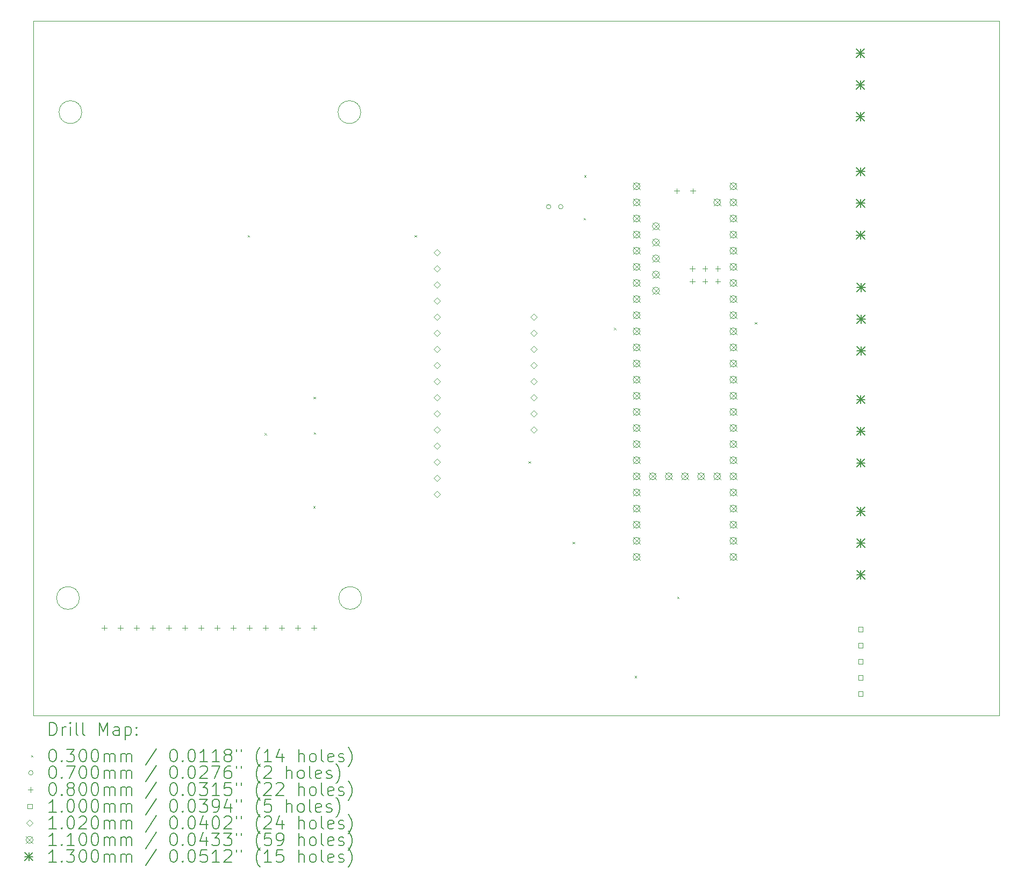
<source format=gbr>
%TF.GenerationSoftware,KiCad,Pcbnew,8.0.5*%
%TF.CreationDate,2024-11-19T19:36:28+01:00*%
%TF.ProjectId,board,626f6172-642e-46b6-9963-61645f706362,rev?*%
%TF.SameCoordinates,Original*%
%TF.FileFunction,Drillmap*%
%TF.FilePolarity,Positive*%
%FSLAX45Y45*%
G04 Gerber Fmt 4.5, Leading zero omitted, Abs format (unit mm)*
G04 Created by KiCad (PCBNEW 8.0.5) date 2024-11-19 19:36:28*
%MOMM*%
%LPD*%
G01*
G04 APERTURE LIST*
%ADD10C,0.050000*%
%ADD11C,0.120000*%
%ADD12C,0.200000*%
%ADD13C,0.100000*%
%ADD14C,0.102000*%
%ADD15C,0.110000*%
%ADD16C,0.130000*%
G04 APERTURE END LIST*
D10*
X9500000Y-3184000D02*
X24719000Y-3184000D01*
X24719000Y-14126000D01*
X9500000Y-14126000D01*
X9500000Y-3184000D01*
D11*
X10227105Y-12277100D02*
G75*
G02*
X9867895Y-12277100I-179605J0D01*
G01*
X9867895Y-12277100D02*
G75*
G02*
X10227105Y-12277100I179605J0D01*
G01*
X10265205Y-4619000D02*
G75*
G02*
X9905995Y-4619000I-179605J0D01*
G01*
X9905995Y-4619000D02*
G75*
G02*
X10265205Y-4619000I179605J0D01*
G01*
X14659405Y-4619000D02*
G75*
G02*
X14300195Y-4619000I-179605J0D01*
G01*
X14300195Y-4619000D02*
G75*
G02*
X14659405Y-4619000I179605J0D01*
G01*
X14672105Y-12277100D02*
G75*
G02*
X14312895Y-12277100I-179605J0D01*
G01*
X14312895Y-12277100D02*
G75*
G02*
X14672105Y-12277100I179605J0D01*
G01*
D12*
D13*
X12879000Y-6556000D02*
X12909000Y-6586000D01*
X12909000Y-6556000D02*
X12879000Y-6586000D01*
X13146000Y-9677000D02*
X13176000Y-9707000D01*
X13176000Y-9677000D02*
X13146000Y-9707000D01*
X13910000Y-10827000D02*
X13940000Y-10857000D01*
X13940000Y-10827000D02*
X13910000Y-10857000D01*
X13914000Y-9108000D02*
X13944000Y-9138000D01*
X13944000Y-9108000D02*
X13914000Y-9138000D01*
X13920000Y-9666000D02*
X13950000Y-9696000D01*
X13950000Y-9666000D02*
X13920000Y-9696000D01*
X15507000Y-6559000D02*
X15537000Y-6589000D01*
X15537000Y-6559000D02*
X15507000Y-6589000D01*
X17301000Y-10123000D02*
X17331000Y-10153000D01*
X17331000Y-10123000D02*
X17301000Y-10153000D01*
X17994000Y-11394000D02*
X18024000Y-11424000D01*
X18024000Y-11394000D02*
X17994000Y-11424000D01*
X18168000Y-6286000D02*
X18198000Y-6316000D01*
X18198000Y-6286000D02*
X18168000Y-6316000D01*
X18177000Y-5613000D02*
X18207000Y-5643000D01*
X18207000Y-5613000D02*
X18177000Y-5643000D01*
X18647000Y-8018000D02*
X18677000Y-8048000D01*
X18677000Y-8018000D02*
X18647000Y-8048000D01*
X18974000Y-13504000D02*
X19004000Y-13534000D01*
X19004000Y-13504000D02*
X18974000Y-13534000D01*
X19641000Y-12255000D02*
X19671000Y-12285000D01*
X19671000Y-12255000D02*
X19641000Y-12285000D01*
X20865000Y-7931000D02*
X20895000Y-7961000D01*
X20895000Y-7931000D02*
X20865000Y-7961000D01*
X17654000Y-6110000D02*
G75*
G02*
X17584000Y-6110000I-35000J0D01*
G01*
X17584000Y-6110000D02*
G75*
G02*
X17654000Y-6110000I35000J0D01*
G01*
X17844000Y-6110000D02*
G75*
G02*
X17774000Y-6110000I-35000J0D01*
G01*
X17774000Y-6110000D02*
G75*
G02*
X17844000Y-6110000I35000J0D01*
G01*
X10619000Y-12707000D02*
X10619000Y-12787000D01*
X10579000Y-12747000D02*
X10659000Y-12747000D01*
X10873000Y-12707000D02*
X10873000Y-12787000D01*
X10833000Y-12747000D02*
X10913000Y-12747000D01*
X11127000Y-12707000D02*
X11127000Y-12787000D01*
X11087000Y-12747000D02*
X11167000Y-12747000D01*
X11381000Y-12707000D02*
X11381000Y-12787000D01*
X11341000Y-12747000D02*
X11421000Y-12747000D01*
X11635000Y-12707000D02*
X11635000Y-12787000D01*
X11595000Y-12747000D02*
X11675000Y-12747000D01*
X11889000Y-12707000D02*
X11889000Y-12787000D01*
X11849000Y-12747000D02*
X11929000Y-12747000D01*
X12143000Y-12707000D02*
X12143000Y-12787000D01*
X12103000Y-12747000D02*
X12183000Y-12747000D01*
X12397000Y-12707000D02*
X12397000Y-12787000D01*
X12357000Y-12747000D02*
X12437000Y-12747000D01*
X12651000Y-12707000D02*
X12651000Y-12787000D01*
X12611000Y-12747000D02*
X12691000Y-12747000D01*
X12905000Y-12707000D02*
X12905000Y-12787000D01*
X12865000Y-12747000D02*
X12945000Y-12747000D01*
X13159000Y-12707000D02*
X13159000Y-12787000D01*
X13119000Y-12747000D02*
X13199000Y-12747000D01*
X13413000Y-12707000D02*
X13413000Y-12787000D01*
X13373000Y-12747000D02*
X13453000Y-12747000D01*
X13667000Y-12707000D02*
X13667000Y-12787000D01*
X13627000Y-12747000D02*
X13707000Y-12747000D01*
X13921000Y-12707000D02*
X13921000Y-12787000D01*
X13881000Y-12747000D02*
X13961000Y-12747000D01*
X19638000Y-5820000D02*
X19638000Y-5900000D01*
X19598000Y-5860000D02*
X19678000Y-5860000D01*
X19883160Y-7044000D02*
X19883160Y-7124000D01*
X19843160Y-7084000D02*
X19923160Y-7084000D01*
X19883160Y-7244000D02*
X19883160Y-7324000D01*
X19843160Y-7284000D02*
X19923160Y-7284000D01*
X19892000Y-5820000D02*
X19892000Y-5900000D01*
X19852000Y-5860000D02*
X19932000Y-5860000D01*
X20083160Y-7044000D02*
X20083160Y-7124000D01*
X20043160Y-7084000D02*
X20123160Y-7084000D01*
X20083160Y-7244000D02*
X20083160Y-7324000D01*
X20043160Y-7284000D02*
X20123160Y-7284000D01*
X20283160Y-7044000D02*
X20283160Y-7124000D01*
X20243160Y-7084000D02*
X20323160Y-7084000D01*
X20283160Y-7244000D02*
X20283160Y-7324000D01*
X20243160Y-7284000D02*
X20323160Y-7284000D01*
X22567356Y-12806356D02*
X22567356Y-12735644D01*
X22496644Y-12735644D01*
X22496644Y-12806356D01*
X22567356Y-12806356D01*
X22567356Y-13060356D02*
X22567356Y-12989644D01*
X22496644Y-12989644D01*
X22496644Y-13060356D01*
X22567356Y-13060356D01*
X22567356Y-13314356D02*
X22567356Y-13243644D01*
X22496644Y-13243644D01*
X22496644Y-13314356D01*
X22567356Y-13314356D01*
X22567356Y-13568356D02*
X22567356Y-13497644D01*
X22496644Y-13497644D01*
X22496644Y-13568356D01*
X22567356Y-13568356D01*
X22567356Y-13822356D02*
X22567356Y-13751644D01*
X22496644Y-13751644D01*
X22496644Y-13822356D01*
X22567356Y-13822356D01*
D14*
X15861000Y-6885000D02*
X15912000Y-6834000D01*
X15861000Y-6783000D01*
X15810000Y-6834000D01*
X15861000Y-6885000D01*
X15861000Y-7139000D02*
X15912000Y-7088000D01*
X15861000Y-7037000D01*
X15810000Y-7088000D01*
X15861000Y-7139000D01*
X15861000Y-7393000D02*
X15912000Y-7342000D01*
X15861000Y-7291000D01*
X15810000Y-7342000D01*
X15861000Y-7393000D01*
X15861000Y-7647000D02*
X15912000Y-7596000D01*
X15861000Y-7545000D01*
X15810000Y-7596000D01*
X15861000Y-7647000D01*
X15861000Y-7901000D02*
X15912000Y-7850000D01*
X15861000Y-7799000D01*
X15810000Y-7850000D01*
X15861000Y-7901000D01*
X15861000Y-8155000D02*
X15912000Y-8104000D01*
X15861000Y-8053000D01*
X15810000Y-8104000D01*
X15861000Y-8155000D01*
X15861000Y-8409000D02*
X15912000Y-8358000D01*
X15861000Y-8307000D01*
X15810000Y-8358000D01*
X15861000Y-8409000D01*
X15861000Y-8663000D02*
X15912000Y-8612000D01*
X15861000Y-8561000D01*
X15810000Y-8612000D01*
X15861000Y-8663000D01*
X15861000Y-8917000D02*
X15912000Y-8866000D01*
X15861000Y-8815000D01*
X15810000Y-8866000D01*
X15861000Y-8917000D01*
X15861000Y-9171000D02*
X15912000Y-9120000D01*
X15861000Y-9069000D01*
X15810000Y-9120000D01*
X15861000Y-9171000D01*
X15861000Y-9425000D02*
X15912000Y-9374000D01*
X15861000Y-9323000D01*
X15810000Y-9374000D01*
X15861000Y-9425000D01*
X15861000Y-9679000D02*
X15912000Y-9628000D01*
X15861000Y-9577000D01*
X15810000Y-9628000D01*
X15861000Y-9679000D01*
X15861000Y-9933000D02*
X15912000Y-9882000D01*
X15861000Y-9831000D01*
X15810000Y-9882000D01*
X15861000Y-9933000D01*
X15861000Y-10187000D02*
X15912000Y-10136000D01*
X15861000Y-10085000D01*
X15810000Y-10136000D01*
X15861000Y-10187000D01*
X15861000Y-10441000D02*
X15912000Y-10390000D01*
X15861000Y-10339000D01*
X15810000Y-10390000D01*
X15861000Y-10441000D01*
X15861000Y-10695000D02*
X15912000Y-10644000D01*
X15861000Y-10593000D01*
X15810000Y-10644000D01*
X15861000Y-10695000D01*
X17385000Y-7901000D02*
X17436000Y-7850000D01*
X17385000Y-7799000D01*
X17334000Y-7850000D01*
X17385000Y-7901000D01*
X17385000Y-8155000D02*
X17436000Y-8104000D01*
X17385000Y-8053000D01*
X17334000Y-8104000D01*
X17385000Y-8155000D01*
X17385000Y-8409000D02*
X17436000Y-8358000D01*
X17385000Y-8307000D01*
X17334000Y-8358000D01*
X17385000Y-8409000D01*
X17385000Y-8663000D02*
X17436000Y-8612000D01*
X17385000Y-8561000D01*
X17334000Y-8612000D01*
X17385000Y-8663000D01*
X17385000Y-8917000D02*
X17436000Y-8866000D01*
X17385000Y-8815000D01*
X17334000Y-8866000D01*
X17385000Y-8917000D01*
X17385000Y-9171000D02*
X17436000Y-9120000D01*
X17385000Y-9069000D01*
X17334000Y-9120000D01*
X17385000Y-9171000D01*
X17385000Y-9425000D02*
X17436000Y-9374000D01*
X17385000Y-9323000D01*
X17334000Y-9374000D01*
X17385000Y-9425000D01*
X17385000Y-9679000D02*
X17436000Y-9628000D01*
X17385000Y-9577000D01*
X17334000Y-9628000D01*
X17385000Y-9679000D01*
D15*
X18948000Y-5732000D02*
X19058000Y-5842000D01*
X19058000Y-5732000D02*
X18948000Y-5842000D01*
X19058000Y-5787000D02*
G75*
G02*
X18948000Y-5787000I-55000J0D01*
G01*
X18948000Y-5787000D02*
G75*
G02*
X19058000Y-5787000I55000J0D01*
G01*
X18948000Y-5986000D02*
X19058000Y-6096000D01*
X19058000Y-5986000D02*
X18948000Y-6096000D01*
X19058000Y-6041000D02*
G75*
G02*
X18948000Y-6041000I-55000J0D01*
G01*
X18948000Y-6041000D02*
G75*
G02*
X19058000Y-6041000I55000J0D01*
G01*
X18948000Y-6240000D02*
X19058000Y-6350000D01*
X19058000Y-6240000D02*
X18948000Y-6350000D01*
X19058000Y-6295000D02*
G75*
G02*
X18948000Y-6295000I-55000J0D01*
G01*
X18948000Y-6295000D02*
G75*
G02*
X19058000Y-6295000I55000J0D01*
G01*
X18948000Y-6494000D02*
X19058000Y-6604000D01*
X19058000Y-6494000D02*
X18948000Y-6604000D01*
X19058000Y-6549000D02*
G75*
G02*
X18948000Y-6549000I-55000J0D01*
G01*
X18948000Y-6549000D02*
G75*
G02*
X19058000Y-6549000I55000J0D01*
G01*
X18948000Y-6748000D02*
X19058000Y-6858000D01*
X19058000Y-6748000D02*
X18948000Y-6858000D01*
X19058000Y-6803000D02*
G75*
G02*
X18948000Y-6803000I-55000J0D01*
G01*
X18948000Y-6803000D02*
G75*
G02*
X19058000Y-6803000I55000J0D01*
G01*
X18948000Y-7002000D02*
X19058000Y-7112000D01*
X19058000Y-7002000D02*
X18948000Y-7112000D01*
X19058000Y-7057000D02*
G75*
G02*
X18948000Y-7057000I-55000J0D01*
G01*
X18948000Y-7057000D02*
G75*
G02*
X19058000Y-7057000I55000J0D01*
G01*
X18948000Y-7256000D02*
X19058000Y-7366000D01*
X19058000Y-7256000D02*
X18948000Y-7366000D01*
X19058000Y-7311000D02*
G75*
G02*
X18948000Y-7311000I-55000J0D01*
G01*
X18948000Y-7311000D02*
G75*
G02*
X19058000Y-7311000I55000J0D01*
G01*
X18948000Y-7510000D02*
X19058000Y-7620000D01*
X19058000Y-7510000D02*
X18948000Y-7620000D01*
X19058000Y-7565000D02*
G75*
G02*
X18948000Y-7565000I-55000J0D01*
G01*
X18948000Y-7565000D02*
G75*
G02*
X19058000Y-7565000I55000J0D01*
G01*
X18948000Y-7764000D02*
X19058000Y-7874000D01*
X19058000Y-7764000D02*
X18948000Y-7874000D01*
X19058000Y-7819000D02*
G75*
G02*
X18948000Y-7819000I-55000J0D01*
G01*
X18948000Y-7819000D02*
G75*
G02*
X19058000Y-7819000I55000J0D01*
G01*
X18948000Y-8018000D02*
X19058000Y-8128000D01*
X19058000Y-8018000D02*
X18948000Y-8128000D01*
X19058000Y-8073000D02*
G75*
G02*
X18948000Y-8073000I-55000J0D01*
G01*
X18948000Y-8073000D02*
G75*
G02*
X19058000Y-8073000I55000J0D01*
G01*
X18948000Y-8272000D02*
X19058000Y-8382000D01*
X19058000Y-8272000D02*
X18948000Y-8382000D01*
X19058000Y-8327000D02*
G75*
G02*
X18948000Y-8327000I-55000J0D01*
G01*
X18948000Y-8327000D02*
G75*
G02*
X19058000Y-8327000I55000J0D01*
G01*
X18948000Y-8526000D02*
X19058000Y-8636000D01*
X19058000Y-8526000D02*
X18948000Y-8636000D01*
X19058000Y-8581000D02*
G75*
G02*
X18948000Y-8581000I-55000J0D01*
G01*
X18948000Y-8581000D02*
G75*
G02*
X19058000Y-8581000I55000J0D01*
G01*
X18948000Y-8780000D02*
X19058000Y-8890000D01*
X19058000Y-8780000D02*
X18948000Y-8890000D01*
X19058000Y-8835000D02*
G75*
G02*
X18948000Y-8835000I-55000J0D01*
G01*
X18948000Y-8835000D02*
G75*
G02*
X19058000Y-8835000I55000J0D01*
G01*
X18948000Y-9034000D02*
X19058000Y-9144000D01*
X19058000Y-9034000D02*
X18948000Y-9144000D01*
X19058000Y-9089000D02*
G75*
G02*
X18948000Y-9089000I-55000J0D01*
G01*
X18948000Y-9089000D02*
G75*
G02*
X19058000Y-9089000I55000J0D01*
G01*
X18948000Y-9288000D02*
X19058000Y-9398000D01*
X19058000Y-9288000D02*
X18948000Y-9398000D01*
X19058000Y-9343000D02*
G75*
G02*
X18948000Y-9343000I-55000J0D01*
G01*
X18948000Y-9343000D02*
G75*
G02*
X19058000Y-9343000I55000J0D01*
G01*
X18948000Y-9542000D02*
X19058000Y-9652000D01*
X19058000Y-9542000D02*
X18948000Y-9652000D01*
X19058000Y-9597000D02*
G75*
G02*
X18948000Y-9597000I-55000J0D01*
G01*
X18948000Y-9597000D02*
G75*
G02*
X19058000Y-9597000I55000J0D01*
G01*
X18948000Y-9796000D02*
X19058000Y-9906000D01*
X19058000Y-9796000D02*
X18948000Y-9906000D01*
X19058000Y-9851000D02*
G75*
G02*
X18948000Y-9851000I-55000J0D01*
G01*
X18948000Y-9851000D02*
G75*
G02*
X19058000Y-9851000I55000J0D01*
G01*
X18948000Y-10050000D02*
X19058000Y-10160000D01*
X19058000Y-10050000D02*
X18948000Y-10160000D01*
X19058000Y-10105000D02*
G75*
G02*
X18948000Y-10105000I-55000J0D01*
G01*
X18948000Y-10105000D02*
G75*
G02*
X19058000Y-10105000I55000J0D01*
G01*
X18948000Y-10304000D02*
X19058000Y-10414000D01*
X19058000Y-10304000D02*
X18948000Y-10414000D01*
X19058000Y-10359000D02*
G75*
G02*
X18948000Y-10359000I-55000J0D01*
G01*
X18948000Y-10359000D02*
G75*
G02*
X19058000Y-10359000I55000J0D01*
G01*
X18948000Y-10558000D02*
X19058000Y-10668000D01*
X19058000Y-10558000D02*
X18948000Y-10668000D01*
X19058000Y-10613000D02*
G75*
G02*
X18948000Y-10613000I-55000J0D01*
G01*
X18948000Y-10613000D02*
G75*
G02*
X19058000Y-10613000I55000J0D01*
G01*
X18948000Y-10812000D02*
X19058000Y-10922000D01*
X19058000Y-10812000D02*
X18948000Y-10922000D01*
X19058000Y-10867000D02*
G75*
G02*
X18948000Y-10867000I-55000J0D01*
G01*
X18948000Y-10867000D02*
G75*
G02*
X19058000Y-10867000I55000J0D01*
G01*
X18948000Y-11066000D02*
X19058000Y-11176000D01*
X19058000Y-11066000D02*
X18948000Y-11176000D01*
X19058000Y-11121000D02*
G75*
G02*
X18948000Y-11121000I-55000J0D01*
G01*
X18948000Y-11121000D02*
G75*
G02*
X19058000Y-11121000I55000J0D01*
G01*
X18948000Y-11320000D02*
X19058000Y-11430000D01*
X19058000Y-11320000D02*
X18948000Y-11430000D01*
X19058000Y-11375000D02*
G75*
G02*
X18948000Y-11375000I-55000J0D01*
G01*
X18948000Y-11375000D02*
G75*
G02*
X19058000Y-11375000I55000J0D01*
G01*
X18948000Y-11574000D02*
X19058000Y-11684000D01*
X19058000Y-11574000D02*
X18948000Y-11684000D01*
X19058000Y-11629000D02*
G75*
G02*
X18948000Y-11629000I-55000J0D01*
G01*
X18948000Y-11629000D02*
G75*
G02*
X19058000Y-11629000I55000J0D01*
G01*
X19202000Y-10304000D02*
X19312000Y-10414000D01*
X19312000Y-10304000D02*
X19202000Y-10414000D01*
X19312000Y-10359000D02*
G75*
G02*
X19202000Y-10359000I-55000J0D01*
G01*
X19202000Y-10359000D02*
G75*
G02*
X19312000Y-10359000I55000J0D01*
G01*
X19253080Y-6361920D02*
X19363080Y-6471920D01*
X19363080Y-6361920D02*
X19253080Y-6471920D01*
X19363080Y-6416920D02*
G75*
G02*
X19253080Y-6416920I-55000J0D01*
G01*
X19253080Y-6416920D02*
G75*
G02*
X19363080Y-6416920I55000J0D01*
G01*
X19253080Y-6615920D02*
X19363080Y-6725920D01*
X19363080Y-6615920D02*
X19253080Y-6725920D01*
X19363080Y-6670920D02*
G75*
G02*
X19253080Y-6670920I-55000J0D01*
G01*
X19253080Y-6670920D02*
G75*
G02*
X19363080Y-6670920I55000J0D01*
G01*
X19253080Y-6869920D02*
X19363080Y-6979920D01*
X19363080Y-6869920D02*
X19253080Y-6979920D01*
X19363080Y-6924920D02*
G75*
G02*
X19253080Y-6924920I-55000J0D01*
G01*
X19253080Y-6924920D02*
G75*
G02*
X19363080Y-6924920I55000J0D01*
G01*
X19253080Y-7123920D02*
X19363080Y-7233920D01*
X19363080Y-7123920D02*
X19253080Y-7233920D01*
X19363080Y-7178920D02*
G75*
G02*
X19253080Y-7178920I-55000J0D01*
G01*
X19253080Y-7178920D02*
G75*
G02*
X19363080Y-7178920I55000J0D01*
G01*
X19253080Y-7377920D02*
X19363080Y-7487920D01*
X19363080Y-7377920D02*
X19253080Y-7487920D01*
X19363080Y-7432920D02*
G75*
G02*
X19253080Y-7432920I-55000J0D01*
G01*
X19253080Y-7432920D02*
G75*
G02*
X19363080Y-7432920I55000J0D01*
G01*
X19456000Y-10304000D02*
X19566000Y-10414000D01*
X19566000Y-10304000D02*
X19456000Y-10414000D01*
X19566000Y-10359000D02*
G75*
G02*
X19456000Y-10359000I-55000J0D01*
G01*
X19456000Y-10359000D02*
G75*
G02*
X19566000Y-10359000I55000J0D01*
G01*
X19710000Y-10304000D02*
X19820000Y-10414000D01*
X19820000Y-10304000D02*
X19710000Y-10414000D01*
X19820000Y-10359000D02*
G75*
G02*
X19710000Y-10359000I-55000J0D01*
G01*
X19710000Y-10359000D02*
G75*
G02*
X19820000Y-10359000I55000J0D01*
G01*
X19964000Y-10304000D02*
X20074000Y-10414000D01*
X20074000Y-10304000D02*
X19964000Y-10414000D01*
X20074000Y-10359000D02*
G75*
G02*
X19964000Y-10359000I-55000J0D01*
G01*
X19964000Y-10359000D02*
G75*
G02*
X20074000Y-10359000I55000J0D01*
G01*
X20218000Y-5986000D02*
X20328000Y-6096000D01*
X20328000Y-5986000D02*
X20218000Y-6096000D01*
X20328000Y-6041000D02*
G75*
G02*
X20218000Y-6041000I-55000J0D01*
G01*
X20218000Y-6041000D02*
G75*
G02*
X20328000Y-6041000I55000J0D01*
G01*
X20218000Y-10304000D02*
X20328000Y-10414000D01*
X20328000Y-10304000D02*
X20218000Y-10414000D01*
X20328000Y-10359000D02*
G75*
G02*
X20218000Y-10359000I-55000J0D01*
G01*
X20218000Y-10359000D02*
G75*
G02*
X20328000Y-10359000I55000J0D01*
G01*
X20472000Y-5732000D02*
X20582000Y-5842000D01*
X20582000Y-5732000D02*
X20472000Y-5842000D01*
X20582000Y-5787000D02*
G75*
G02*
X20472000Y-5787000I-55000J0D01*
G01*
X20472000Y-5787000D02*
G75*
G02*
X20582000Y-5787000I55000J0D01*
G01*
X20472000Y-5986000D02*
X20582000Y-6096000D01*
X20582000Y-5986000D02*
X20472000Y-6096000D01*
X20582000Y-6041000D02*
G75*
G02*
X20472000Y-6041000I-55000J0D01*
G01*
X20472000Y-6041000D02*
G75*
G02*
X20582000Y-6041000I55000J0D01*
G01*
X20472000Y-6240000D02*
X20582000Y-6350000D01*
X20582000Y-6240000D02*
X20472000Y-6350000D01*
X20582000Y-6295000D02*
G75*
G02*
X20472000Y-6295000I-55000J0D01*
G01*
X20472000Y-6295000D02*
G75*
G02*
X20582000Y-6295000I55000J0D01*
G01*
X20472000Y-6494000D02*
X20582000Y-6604000D01*
X20582000Y-6494000D02*
X20472000Y-6604000D01*
X20582000Y-6549000D02*
G75*
G02*
X20472000Y-6549000I-55000J0D01*
G01*
X20472000Y-6549000D02*
G75*
G02*
X20582000Y-6549000I55000J0D01*
G01*
X20472000Y-6748000D02*
X20582000Y-6858000D01*
X20582000Y-6748000D02*
X20472000Y-6858000D01*
X20582000Y-6803000D02*
G75*
G02*
X20472000Y-6803000I-55000J0D01*
G01*
X20472000Y-6803000D02*
G75*
G02*
X20582000Y-6803000I55000J0D01*
G01*
X20472000Y-7002000D02*
X20582000Y-7112000D01*
X20582000Y-7002000D02*
X20472000Y-7112000D01*
X20582000Y-7057000D02*
G75*
G02*
X20472000Y-7057000I-55000J0D01*
G01*
X20472000Y-7057000D02*
G75*
G02*
X20582000Y-7057000I55000J0D01*
G01*
X20472000Y-7256000D02*
X20582000Y-7366000D01*
X20582000Y-7256000D02*
X20472000Y-7366000D01*
X20582000Y-7311000D02*
G75*
G02*
X20472000Y-7311000I-55000J0D01*
G01*
X20472000Y-7311000D02*
G75*
G02*
X20582000Y-7311000I55000J0D01*
G01*
X20472000Y-7510000D02*
X20582000Y-7620000D01*
X20582000Y-7510000D02*
X20472000Y-7620000D01*
X20582000Y-7565000D02*
G75*
G02*
X20472000Y-7565000I-55000J0D01*
G01*
X20472000Y-7565000D02*
G75*
G02*
X20582000Y-7565000I55000J0D01*
G01*
X20472000Y-7764000D02*
X20582000Y-7874000D01*
X20582000Y-7764000D02*
X20472000Y-7874000D01*
X20582000Y-7819000D02*
G75*
G02*
X20472000Y-7819000I-55000J0D01*
G01*
X20472000Y-7819000D02*
G75*
G02*
X20582000Y-7819000I55000J0D01*
G01*
X20472000Y-8018000D02*
X20582000Y-8128000D01*
X20582000Y-8018000D02*
X20472000Y-8128000D01*
X20582000Y-8073000D02*
G75*
G02*
X20472000Y-8073000I-55000J0D01*
G01*
X20472000Y-8073000D02*
G75*
G02*
X20582000Y-8073000I55000J0D01*
G01*
X20472000Y-8272000D02*
X20582000Y-8382000D01*
X20582000Y-8272000D02*
X20472000Y-8382000D01*
X20582000Y-8327000D02*
G75*
G02*
X20472000Y-8327000I-55000J0D01*
G01*
X20472000Y-8327000D02*
G75*
G02*
X20582000Y-8327000I55000J0D01*
G01*
X20472000Y-8526000D02*
X20582000Y-8636000D01*
X20582000Y-8526000D02*
X20472000Y-8636000D01*
X20582000Y-8581000D02*
G75*
G02*
X20472000Y-8581000I-55000J0D01*
G01*
X20472000Y-8581000D02*
G75*
G02*
X20582000Y-8581000I55000J0D01*
G01*
X20472000Y-8780000D02*
X20582000Y-8890000D01*
X20582000Y-8780000D02*
X20472000Y-8890000D01*
X20582000Y-8835000D02*
G75*
G02*
X20472000Y-8835000I-55000J0D01*
G01*
X20472000Y-8835000D02*
G75*
G02*
X20582000Y-8835000I55000J0D01*
G01*
X20472000Y-9034000D02*
X20582000Y-9144000D01*
X20582000Y-9034000D02*
X20472000Y-9144000D01*
X20582000Y-9089000D02*
G75*
G02*
X20472000Y-9089000I-55000J0D01*
G01*
X20472000Y-9089000D02*
G75*
G02*
X20582000Y-9089000I55000J0D01*
G01*
X20472000Y-9288000D02*
X20582000Y-9398000D01*
X20582000Y-9288000D02*
X20472000Y-9398000D01*
X20582000Y-9343000D02*
G75*
G02*
X20472000Y-9343000I-55000J0D01*
G01*
X20472000Y-9343000D02*
G75*
G02*
X20582000Y-9343000I55000J0D01*
G01*
X20472000Y-9542000D02*
X20582000Y-9652000D01*
X20582000Y-9542000D02*
X20472000Y-9652000D01*
X20582000Y-9597000D02*
G75*
G02*
X20472000Y-9597000I-55000J0D01*
G01*
X20472000Y-9597000D02*
G75*
G02*
X20582000Y-9597000I55000J0D01*
G01*
X20472000Y-9796000D02*
X20582000Y-9906000D01*
X20582000Y-9796000D02*
X20472000Y-9906000D01*
X20582000Y-9851000D02*
G75*
G02*
X20472000Y-9851000I-55000J0D01*
G01*
X20472000Y-9851000D02*
G75*
G02*
X20582000Y-9851000I55000J0D01*
G01*
X20472000Y-10050000D02*
X20582000Y-10160000D01*
X20582000Y-10050000D02*
X20472000Y-10160000D01*
X20582000Y-10105000D02*
G75*
G02*
X20472000Y-10105000I-55000J0D01*
G01*
X20472000Y-10105000D02*
G75*
G02*
X20582000Y-10105000I55000J0D01*
G01*
X20472000Y-10304000D02*
X20582000Y-10414000D01*
X20582000Y-10304000D02*
X20472000Y-10414000D01*
X20582000Y-10359000D02*
G75*
G02*
X20472000Y-10359000I-55000J0D01*
G01*
X20472000Y-10359000D02*
G75*
G02*
X20582000Y-10359000I55000J0D01*
G01*
X20472000Y-10558000D02*
X20582000Y-10668000D01*
X20582000Y-10558000D02*
X20472000Y-10668000D01*
X20582000Y-10613000D02*
G75*
G02*
X20472000Y-10613000I-55000J0D01*
G01*
X20472000Y-10613000D02*
G75*
G02*
X20582000Y-10613000I55000J0D01*
G01*
X20472000Y-10812000D02*
X20582000Y-10922000D01*
X20582000Y-10812000D02*
X20472000Y-10922000D01*
X20582000Y-10867000D02*
G75*
G02*
X20472000Y-10867000I-55000J0D01*
G01*
X20472000Y-10867000D02*
G75*
G02*
X20582000Y-10867000I55000J0D01*
G01*
X20472000Y-11066000D02*
X20582000Y-11176000D01*
X20582000Y-11066000D02*
X20472000Y-11176000D01*
X20582000Y-11121000D02*
G75*
G02*
X20472000Y-11121000I-55000J0D01*
G01*
X20472000Y-11121000D02*
G75*
G02*
X20582000Y-11121000I55000J0D01*
G01*
X20472000Y-11320000D02*
X20582000Y-11430000D01*
X20582000Y-11320000D02*
X20472000Y-11430000D01*
X20582000Y-11375000D02*
G75*
G02*
X20472000Y-11375000I-55000J0D01*
G01*
X20472000Y-11375000D02*
G75*
G02*
X20582000Y-11375000I55000J0D01*
G01*
X20472000Y-11574000D02*
X20582000Y-11684000D01*
X20582000Y-11574000D02*
X20472000Y-11684000D01*
X20582000Y-11629000D02*
G75*
G02*
X20472000Y-11629000I-55000J0D01*
G01*
X20472000Y-11629000D02*
G75*
G02*
X20582000Y-11629000I55000J0D01*
G01*
D16*
X22463000Y-3624000D02*
X22593000Y-3754000D01*
X22593000Y-3624000D02*
X22463000Y-3754000D01*
X22528000Y-3624000D02*
X22528000Y-3754000D01*
X22463000Y-3689000D02*
X22593000Y-3689000D01*
X22463000Y-4124000D02*
X22593000Y-4254000D01*
X22593000Y-4124000D02*
X22463000Y-4254000D01*
X22528000Y-4124000D02*
X22528000Y-4254000D01*
X22463000Y-4189000D02*
X22593000Y-4189000D01*
X22463000Y-4624000D02*
X22593000Y-4754000D01*
X22593000Y-4624000D02*
X22463000Y-4754000D01*
X22528000Y-4624000D02*
X22528000Y-4754000D01*
X22463000Y-4689000D02*
X22593000Y-4689000D01*
X22468000Y-5491000D02*
X22598000Y-5621000D01*
X22598000Y-5491000D02*
X22468000Y-5621000D01*
X22533000Y-5491000D02*
X22533000Y-5621000D01*
X22468000Y-5556000D02*
X22598000Y-5556000D01*
X22468000Y-5991000D02*
X22598000Y-6121000D01*
X22598000Y-5991000D02*
X22468000Y-6121000D01*
X22533000Y-5991000D02*
X22533000Y-6121000D01*
X22468000Y-6056000D02*
X22598000Y-6056000D01*
X22468000Y-6491000D02*
X22598000Y-6621000D01*
X22598000Y-6491000D02*
X22468000Y-6621000D01*
X22533000Y-6491000D02*
X22533000Y-6621000D01*
X22468000Y-6556000D02*
X22598000Y-6556000D01*
X22470000Y-10847000D02*
X22600000Y-10977000D01*
X22600000Y-10847000D02*
X22470000Y-10977000D01*
X22535000Y-10847000D02*
X22535000Y-10977000D01*
X22470000Y-10912000D02*
X22600000Y-10912000D01*
X22470000Y-11347000D02*
X22600000Y-11477000D01*
X22600000Y-11347000D02*
X22470000Y-11477000D01*
X22535000Y-11347000D02*
X22535000Y-11477000D01*
X22470000Y-11412000D02*
X22600000Y-11412000D01*
X22470000Y-11847000D02*
X22600000Y-11977000D01*
X22600000Y-11847000D02*
X22470000Y-11977000D01*
X22535000Y-11847000D02*
X22535000Y-11977000D01*
X22470000Y-11912000D02*
X22600000Y-11912000D01*
X22471000Y-9082000D02*
X22601000Y-9212000D01*
X22601000Y-9082000D02*
X22471000Y-9212000D01*
X22536000Y-9082000D02*
X22536000Y-9212000D01*
X22471000Y-9147000D02*
X22601000Y-9147000D01*
X22471000Y-9582000D02*
X22601000Y-9712000D01*
X22601000Y-9582000D02*
X22471000Y-9712000D01*
X22536000Y-9582000D02*
X22536000Y-9712000D01*
X22471000Y-9647000D02*
X22601000Y-9647000D01*
X22471000Y-10082000D02*
X22601000Y-10212000D01*
X22601000Y-10082000D02*
X22471000Y-10212000D01*
X22536000Y-10082000D02*
X22536000Y-10212000D01*
X22471000Y-10147000D02*
X22601000Y-10147000D01*
X22476000Y-7316000D02*
X22606000Y-7446000D01*
X22606000Y-7316000D02*
X22476000Y-7446000D01*
X22541000Y-7316000D02*
X22541000Y-7446000D01*
X22476000Y-7381000D02*
X22606000Y-7381000D01*
X22476000Y-7816000D02*
X22606000Y-7946000D01*
X22606000Y-7816000D02*
X22476000Y-7946000D01*
X22541000Y-7816000D02*
X22541000Y-7946000D01*
X22476000Y-7881000D02*
X22606000Y-7881000D01*
X22476000Y-8316000D02*
X22606000Y-8446000D01*
X22606000Y-8316000D02*
X22476000Y-8446000D01*
X22541000Y-8316000D02*
X22541000Y-8446000D01*
X22476000Y-8381000D02*
X22606000Y-8381000D01*
D12*
X9758277Y-14439984D02*
X9758277Y-14239984D01*
X9758277Y-14239984D02*
X9805896Y-14239984D01*
X9805896Y-14239984D02*
X9834467Y-14249508D01*
X9834467Y-14249508D02*
X9853515Y-14268555D01*
X9853515Y-14268555D02*
X9863039Y-14287603D01*
X9863039Y-14287603D02*
X9872563Y-14325698D01*
X9872563Y-14325698D02*
X9872563Y-14354269D01*
X9872563Y-14354269D02*
X9863039Y-14392365D01*
X9863039Y-14392365D02*
X9853515Y-14411412D01*
X9853515Y-14411412D02*
X9834467Y-14430460D01*
X9834467Y-14430460D02*
X9805896Y-14439984D01*
X9805896Y-14439984D02*
X9758277Y-14439984D01*
X9958277Y-14439984D02*
X9958277Y-14306650D01*
X9958277Y-14344746D02*
X9967801Y-14325698D01*
X9967801Y-14325698D02*
X9977324Y-14316174D01*
X9977324Y-14316174D02*
X9996372Y-14306650D01*
X9996372Y-14306650D02*
X10015420Y-14306650D01*
X10082086Y-14439984D02*
X10082086Y-14306650D01*
X10082086Y-14239984D02*
X10072563Y-14249508D01*
X10072563Y-14249508D02*
X10082086Y-14259031D01*
X10082086Y-14259031D02*
X10091610Y-14249508D01*
X10091610Y-14249508D02*
X10082086Y-14239984D01*
X10082086Y-14239984D02*
X10082086Y-14259031D01*
X10205896Y-14439984D02*
X10186848Y-14430460D01*
X10186848Y-14430460D02*
X10177324Y-14411412D01*
X10177324Y-14411412D02*
X10177324Y-14239984D01*
X10310658Y-14439984D02*
X10291610Y-14430460D01*
X10291610Y-14430460D02*
X10282086Y-14411412D01*
X10282086Y-14411412D02*
X10282086Y-14239984D01*
X10539229Y-14439984D02*
X10539229Y-14239984D01*
X10539229Y-14239984D02*
X10605896Y-14382841D01*
X10605896Y-14382841D02*
X10672563Y-14239984D01*
X10672563Y-14239984D02*
X10672563Y-14439984D01*
X10853515Y-14439984D02*
X10853515Y-14335222D01*
X10853515Y-14335222D02*
X10843991Y-14316174D01*
X10843991Y-14316174D02*
X10824944Y-14306650D01*
X10824944Y-14306650D02*
X10786848Y-14306650D01*
X10786848Y-14306650D02*
X10767801Y-14316174D01*
X10853515Y-14430460D02*
X10834467Y-14439984D01*
X10834467Y-14439984D02*
X10786848Y-14439984D01*
X10786848Y-14439984D02*
X10767801Y-14430460D01*
X10767801Y-14430460D02*
X10758277Y-14411412D01*
X10758277Y-14411412D02*
X10758277Y-14392365D01*
X10758277Y-14392365D02*
X10767801Y-14373317D01*
X10767801Y-14373317D02*
X10786848Y-14363793D01*
X10786848Y-14363793D02*
X10834467Y-14363793D01*
X10834467Y-14363793D02*
X10853515Y-14354269D01*
X10948753Y-14306650D02*
X10948753Y-14506650D01*
X10948753Y-14316174D02*
X10967801Y-14306650D01*
X10967801Y-14306650D02*
X11005896Y-14306650D01*
X11005896Y-14306650D02*
X11024944Y-14316174D01*
X11024944Y-14316174D02*
X11034467Y-14325698D01*
X11034467Y-14325698D02*
X11043991Y-14344746D01*
X11043991Y-14344746D02*
X11043991Y-14401888D01*
X11043991Y-14401888D02*
X11034467Y-14420936D01*
X11034467Y-14420936D02*
X11024944Y-14430460D01*
X11024944Y-14430460D02*
X11005896Y-14439984D01*
X11005896Y-14439984D02*
X10967801Y-14439984D01*
X10967801Y-14439984D02*
X10948753Y-14430460D01*
X11129705Y-14420936D02*
X11139229Y-14430460D01*
X11139229Y-14430460D02*
X11129705Y-14439984D01*
X11129705Y-14439984D02*
X11120182Y-14430460D01*
X11120182Y-14430460D02*
X11129705Y-14420936D01*
X11129705Y-14420936D02*
X11129705Y-14439984D01*
X11129705Y-14316174D02*
X11139229Y-14325698D01*
X11139229Y-14325698D02*
X11129705Y-14335222D01*
X11129705Y-14335222D02*
X11120182Y-14325698D01*
X11120182Y-14325698D02*
X11129705Y-14316174D01*
X11129705Y-14316174D02*
X11129705Y-14335222D01*
D13*
X9467500Y-14753500D02*
X9497500Y-14783500D01*
X9497500Y-14753500D02*
X9467500Y-14783500D01*
D12*
X9796372Y-14659984D02*
X9815420Y-14659984D01*
X9815420Y-14659984D02*
X9834467Y-14669508D01*
X9834467Y-14669508D02*
X9843991Y-14679031D01*
X9843991Y-14679031D02*
X9853515Y-14698079D01*
X9853515Y-14698079D02*
X9863039Y-14736174D01*
X9863039Y-14736174D02*
X9863039Y-14783793D01*
X9863039Y-14783793D02*
X9853515Y-14821888D01*
X9853515Y-14821888D02*
X9843991Y-14840936D01*
X9843991Y-14840936D02*
X9834467Y-14850460D01*
X9834467Y-14850460D02*
X9815420Y-14859984D01*
X9815420Y-14859984D02*
X9796372Y-14859984D01*
X9796372Y-14859984D02*
X9777324Y-14850460D01*
X9777324Y-14850460D02*
X9767801Y-14840936D01*
X9767801Y-14840936D02*
X9758277Y-14821888D01*
X9758277Y-14821888D02*
X9748753Y-14783793D01*
X9748753Y-14783793D02*
X9748753Y-14736174D01*
X9748753Y-14736174D02*
X9758277Y-14698079D01*
X9758277Y-14698079D02*
X9767801Y-14679031D01*
X9767801Y-14679031D02*
X9777324Y-14669508D01*
X9777324Y-14669508D02*
X9796372Y-14659984D01*
X9948753Y-14840936D02*
X9958277Y-14850460D01*
X9958277Y-14850460D02*
X9948753Y-14859984D01*
X9948753Y-14859984D02*
X9939229Y-14850460D01*
X9939229Y-14850460D02*
X9948753Y-14840936D01*
X9948753Y-14840936D02*
X9948753Y-14859984D01*
X10024944Y-14659984D02*
X10148753Y-14659984D01*
X10148753Y-14659984D02*
X10082086Y-14736174D01*
X10082086Y-14736174D02*
X10110658Y-14736174D01*
X10110658Y-14736174D02*
X10129705Y-14745698D01*
X10129705Y-14745698D02*
X10139229Y-14755222D01*
X10139229Y-14755222D02*
X10148753Y-14774269D01*
X10148753Y-14774269D02*
X10148753Y-14821888D01*
X10148753Y-14821888D02*
X10139229Y-14840936D01*
X10139229Y-14840936D02*
X10129705Y-14850460D01*
X10129705Y-14850460D02*
X10110658Y-14859984D01*
X10110658Y-14859984D02*
X10053515Y-14859984D01*
X10053515Y-14859984D02*
X10034467Y-14850460D01*
X10034467Y-14850460D02*
X10024944Y-14840936D01*
X10272563Y-14659984D02*
X10291610Y-14659984D01*
X10291610Y-14659984D02*
X10310658Y-14669508D01*
X10310658Y-14669508D02*
X10320182Y-14679031D01*
X10320182Y-14679031D02*
X10329705Y-14698079D01*
X10329705Y-14698079D02*
X10339229Y-14736174D01*
X10339229Y-14736174D02*
X10339229Y-14783793D01*
X10339229Y-14783793D02*
X10329705Y-14821888D01*
X10329705Y-14821888D02*
X10320182Y-14840936D01*
X10320182Y-14840936D02*
X10310658Y-14850460D01*
X10310658Y-14850460D02*
X10291610Y-14859984D01*
X10291610Y-14859984D02*
X10272563Y-14859984D01*
X10272563Y-14859984D02*
X10253515Y-14850460D01*
X10253515Y-14850460D02*
X10243991Y-14840936D01*
X10243991Y-14840936D02*
X10234467Y-14821888D01*
X10234467Y-14821888D02*
X10224944Y-14783793D01*
X10224944Y-14783793D02*
X10224944Y-14736174D01*
X10224944Y-14736174D02*
X10234467Y-14698079D01*
X10234467Y-14698079D02*
X10243991Y-14679031D01*
X10243991Y-14679031D02*
X10253515Y-14669508D01*
X10253515Y-14669508D02*
X10272563Y-14659984D01*
X10463039Y-14659984D02*
X10482086Y-14659984D01*
X10482086Y-14659984D02*
X10501134Y-14669508D01*
X10501134Y-14669508D02*
X10510658Y-14679031D01*
X10510658Y-14679031D02*
X10520182Y-14698079D01*
X10520182Y-14698079D02*
X10529705Y-14736174D01*
X10529705Y-14736174D02*
X10529705Y-14783793D01*
X10529705Y-14783793D02*
X10520182Y-14821888D01*
X10520182Y-14821888D02*
X10510658Y-14840936D01*
X10510658Y-14840936D02*
X10501134Y-14850460D01*
X10501134Y-14850460D02*
X10482086Y-14859984D01*
X10482086Y-14859984D02*
X10463039Y-14859984D01*
X10463039Y-14859984D02*
X10443991Y-14850460D01*
X10443991Y-14850460D02*
X10434467Y-14840936D01*
X10434467Y-14840936D02*
X10424944Y-14821888D01*
X10424944Y-14821888D02*
X10415420Y-14783793D01*
X10415420Y-14783793D02*
X10415420Y-14736174D01*
X10415420Y-14736174D02*
X10424944Y-14698079D01*
X10424944Y-14698079D02*
X10434467Y-14679031D01*
X10434467Y-14679031D02*
X10443991Y-14669508D01*
X10443991Y-14669508D02*
X10463039Y-14659984D01*
X10615420Y-14859984D02*
X10615420Y-14726650D01*
X10615420Y-14745698D02*
X10624944Y-14736174D01*
X10624944Y-14736174D02*
X10643991Y-14726650D01*
X10643991Y-14726650D02*
X10672563Y-14726650D01*
X10672563Y-14726650D02*
X10691610Y-14736174D01*
X10691610Y-14736174D02*
X10701134Y-14755222D01*
X10701134Y-14755222D02*
X10701134Y-14859984D01*
X10701134Y-14755222D02*
X10710658Y-14736174D01*
X10710658Y-14736174D02*
X10729705Y-14726650D01*
X10729705Y-14726650D02*
X10758277Y-14726650D01*
X10758277Y-14726650D02*
X10777325Y-14736174D01*
X10777325Y-14736174D02*
X10786848Y-14755222D01*
X10786848Y-14755222D02*
X10786848Y-14859984D01*
X10882086Y-14859984D02*
X10882086Y-14726650D01*
X10882086Y-14745698D02*
X10891610Y-14736174D01*
X10891610Y-14736174D02*
X10910658Y-14726650D01*
X10910658Y-14726650D02*
X10939229Y-14726650D01*
X10939229Y-14726650D02*
X10958277Y-14736174D01*
X10958277Y-14736174D02*
X10967801Y-14755222D01*
X10967801Y-14755222D02*
X10967801Y-14859984D01*
X10967801Y-14755222D02*
X10977325Y-14736174D01*
X10977325Y-14736174D02*
X10996372Y-14726650D01*
X10996372Y-14726650D02*
X11024944Y-14726650D01*
X11024944Y-14726650D02*
X11043991Y-14736174D01*
X11043991Y-14736174D02*
X11053515Y-14755222D01*
X11053515Y-14755222D02*
X11053515Y-14859984D01*
X11443991Y-14650460D02*
X11272563Y-14907603D01*
X11701134Y-14659984D02*
X11720182Y-14659984D01*
X11720182Y-14659984D02*
X11739229Y-14669508D01*
X11739229Y-14669508D02*
X11748753Y-14679031D01*
X11748753Y-14679031D02*
X11758277Y-14698079D01*
X11758277Y-14698079D02*
X11767801Y-14736174D01*
X11767801Y-14736174D02*
X11767801Y-14783793D01*
X11767801Y-14783793D02*
X11758277Y-14821888D01*
X11758277Y-14821888D02*
X11748753Y-14840936D01*
X11748753Y-14840936D02*
X11739229Y-14850460D01*
X11739229Y-14850460D02*
X11720182Y-14859984D01*
X11720182Y-14859984D02*
X11701134Y-14859984D01*
X11701134Y-14859984D02*
X11682086Y-14850460D01*
X11682086Y-14850460D02*
X11672563Y-14840936D01*
X11672563Y-14840936D02*
X11663039Y-14821888D01*
X11663039Y-14821888D02*
X11653515Y-14783793D01*
X11653515Y-14783793D02*
X11653515Y-14736174D01*
X11653515Y-14736174D02*
X11663039Y-14698079D01*
X11663039Y-14698079D02*
X11672563Y-14679031D01*
X11672563Y-14679031D02*
X11682086Y-14669508D01*
X11682086Y-14669508D02*
X11701134Y-14659984D01*
X11853515Y-14840936D02*
X11863039Y-14850460D01*
X11863039Y-14850460D02*
X11853515Y-14859984D01*
X11853515Y-14859984D02*
X11843991Y-14850460D01*
X11843991Y-14850460D02*
X11853515Y-14840936D01*
X11853515Y-14840936D02*
X11853515Y-14859984D01*
X11986848Y-14659984D02*
X12005896Y-14659984D01*
X12005896Y-14659984D02*
X12024944Y-14669508D01*
X12024944Y-14669508D02*
X12034467Y-14679031D01*
X12034467Y-14679031D02*
X12043991Y-14698079D01*
X12043991Y-14698079D02*
X12053515Y-14736174D01*
X12053515Y-14736174D02*
X12053515Y-14783793D01*
X12053515Y-14783793D02*
X12043991Y-14821888D01*
X12043991Y-14821888D02*
X12034467Y-14840936D01*
X12034467Y-14840936D02*
X12024944Y-14850460D01*
X12024944Y-14850460D02*
X12005896Y-14859984D01*
X12005896Y-14859984D02*
X11986848Y-14859984D01*
X11986848Y-14859984D02*
X11967801Y-14850460D01*
X11967801Y-14850460D02*
X11958277Y-14840936D01*
X11958277Y-14840936D02*
X11948753Y-14821888D01*
X11948753Y-14821888D02*
X11939229Y-14783793D01*
X11939229Y-14783793D02*
X11939229Y-14736174D01*
X11939229Y-14736174D02*
X11948753Y-14698079D01*
X11948753Y-14698079D02*
X11958277Y-14679031D01*
X11958277Y-14679031D02*
X11967801Y-14669508D01*
X11967801Y-14669508D02*
X11986848Y-14659984D01*
X12243991Y-14859984D02*
X12129706Y-14859984D01*
X12186848Y-14859984D02*
X12186848Y-14659984D01*
X12186848Y-14659984D02*
X12167801Y-14688555D01*
X12167801Y-14688555D02*
X12148753Y-14707603D01*
X12148753Y-14707603D02*
X12129706Y-14717127D01*
X12434467Y-14859984D02*
X12320182Y-14859984D01*
X12377325Y-14859984D02*
X12377325Y-14659984D01*
X12377325Y-14659984D02*
X12358277Y-14688555D01*
X12358277Y-14688555D02*
X12339229Y-14707603D01*
X12339229Y-14707603D02*
X12320182Y-14717127D01*
X12548753Y-14745698D02*
X12529706Y-14736174D01*
X12529706Y-14736174D02*
X12520182Y-14726650D01*
X12520182Y-14726650D02*
X12510658Y-14707603D01*
X12510658Y-14707603D02*
X12510658Y-14698079D01*
X12510658Y-14698079D02*
X12520182Y-14679031D01*
X12520182Y-14679031D02*
X12529706Y-14669508D01*
X12529706Y-14669508D02*
X12548753Y-14659984D01*
X12548753Y-14659984D02*
X12586848Y-14659984D01*
X12586848Y-14659984D02*
X12605896Y-14669508D01*
X12605896Y-14669508D02*
X12615420Y-14679031D01*
X12615420Y-14679031D02*
X12624944Y-14698079D01*
X12624944Y-14698079D02*
X12624944Y-14707603D01*
X12624944Y-14707603D02*
X12615420Y-14726650D01*
X12615420Y-14726650D02*
X12605896Y-14736174D01*
X12605896Y-14736174D02*
X12586848Y-14745698D01*
X12586848Y-14745698D02*
X12548753Y-14745698D01*
X12548753Y-14745698D02*
X12529706Y-14755222D01*
X12529706Y-14755222D02*
X12520182Y-14764746D01*
X12520182Y-14764746D02*
X12510658Y-14783793D01*
X12510658Y-14783793D02*
X12510658Y-14821888D01*
X12510658Y-14821888D02*
X12520182Y-14840936D01*
X12520182Y-14840936D02*
X12529706Y-14850460D01*
X12529706Y-14850460D02*
X12548753Y-14859984D01*
X12548753Y-14859984D02*
X12586848Y-14859984D01*
X12586848Y-14859984D02*
X12605896Y-14850460D01*
X12605896Y-14850460D02*
X12615420Y-14840936D01*
X12615420Y-14840936D02*
X12624944Y-14821888D01*
X12624944Y-14821888D02*
X12624944Y-14783793D01*
X12624944Y-14783793D02*
X12615420Y-14764746D01*
X12615420Y-14764746D02*
X12605896Y-14755222D01*
X12605896Y-14755222D02*
X12586848Y-14745698D01*
X12701134Y-14659984D02*
X12701134Y-14698079D01*
X12777325Y-14659984D02*
X12777325Y-14698079D01*
X13072563Y-14936174D02*
X13063039Y-14926650D01*
X13063039Y-14926650D02*
X13043991Y-14898079D01*
X13043991Y-14898079D02*
X13034468Y-14879031D01*
X13034468Y-14879031D02*
X13024944Y-14850460D01*
X13024944Y-14850460D02*
X13015420Y-14802841D01*
X13015420Y-14802841D02*
X13015420Y-14764746D01*
X13015420Y-14764746D02*
X13024944Y-14717127D01*
X13024944Y-14717127D02*
X13034468Y-14688555D01*
X13034468Y-14688555D02*
X13043991Y-14669508D01*
X13043991Y-14669508D02*
X13063039Y-14640936D01*
X13063039Y-14640936D02*
X13072563Y-14631412D01*
X13253515Y-14859984D02*
X13139229Y-14859984D01*
X13196372Y-14859984D02*
X13196372Y-14659984D01*
X13196372Y-14659984D02*
X13177325Y-14688555D01*
X13177325Y-14688555D02*
X13158277Y-14707603D01*
X13158277Y-14707603D02*
X13139229Y-14717127D01*
X13424944Y-14726650D02*
X13424944Y-14859984D01*
X13377325Y-14650460D02*
X13329706Y-14793317D01*
X13329706Y-14793317D02*
X13453515Y-14793317D01*
X13682087Y-14859984D02*
X13682087Y-14659984D01*
X13767801Y-14859984D02*
X13767801Y-14755222D01*
X13767801Y-14755222D02*
X13758277Y-14736174D01*
X13758277Y-14736174D02*
X13739230Y-14726650D01*
X13739230Y-14726650D02*
X13710658Y-14726650D01*
X13710658Y-14726650D02*
X13691610Y-14736174D01*
X13691610Y-14736174D02*
X13682087Y-14745698D01*
X13891610Y-14859984D02*
X13872563Y-14850460D01*
X13872563Y-14850460D02*
X13863039Y-14840936D01*
X13863039Y-14840936D02*
X13853515Y-14821888D01*
X13853515Y-14821888D02*
X13853515Y-14764746D01*
X13853515Y-14764746D02*
X13863039Y-14745698D01*
X13863039Y-14745698D02*
X13872563Y-14736174D01*
X13872563Y-14736174D02*
X13891610Y-14726650D01*
X13891610Y-14726650D02*
X13920182Y-14726650D01*
X13920182Y-14726650D02*
X13939230Y-14736174D01*
X13939230Y-14736174D02*
X13948753Y-14745698D01*
X13948753Y-14745698D02*
X13958277Y-14764746D01*
X13958277Y-14764746D02*
X13958277Y-14821888D01*
X13958277Y-14821888D02*
X13948753Y-14840936D01*
X13948753Y-14840936D02*
X13939230Y-14850460D01*
X13939230Y-14850460D02*
X13920182Y-14859984D01*
X13920182Y-14859984D02*
X13891610Y-14859984D01*
X14072563Y-14859984D02*
X14053515Y-14850460D01*
X14053515Y-14850460D02*
X14043991Y-14831412D01*
X14043991Y-14831412D02*
X14043991Y-14659984D01*
X14224944Y-14850460D02*
X14205896Y-14859984D01*
X14205896Y-14859984D02*
X14167801Y-14859984D01*
X14167801Y-14859984D02*
X14148753Y-14850460D01*
X14148753Y-14850460D02*
X14139230Y-14831412D01*
X14139230Y-14831412D02*
X14139230Y-14755222D01*
X14139230Y-14755222D02*
X14148753Y-14736174D01*
X14148753Y-14736174D02*
X14167801Y-14726650D01*
X14167801Y-14726650D02*
X14205896Y-14726650D01*
X14205896Y-14726650D02*
X14224944Y-14736174D01*
X14224944Y-14736174D02*
X14234468Y-14755222D01*
X14234468Y-14755222D02*
X14234468Y-14774269D01*
X14234468Y-14774269D02*
X14139230Y-14793317D01*
X14310658Y-14850460D02*
X14329706Y-14859984D01*
X14329706Y-14859984D02*
X14367801Y-14859984D01*
X14367801Y-14859984D02*
X14386849Y-14850460D01*
X14386849Y-14850460D02*
X14396372Y-14831412D01*
X14396372Y-14831412D02*
X14396372Y-14821888D01*
X14396372Y-14821888D02*
X14386849Y-14802841D01*
X14386849Y-14802841D02*
X14367801Y-14793317D01*
X14367801Y-14793317D02*
X14339230Y-14793317D01*
X14339230Y-14793317D02*
X14320182Y-14783793D01*
X14320182Y-14783793D02*
X14310658Y-14764746D01*
X14310658Y-14764746D02*
X14310658Y-14755222D01*
X14310658Y-14755222D02*
X14320182Y-14736174D01*
X14320182Y-14736174D02*
X14339230Y-14726650D01*
X14339230Y-14726650D02*
X14367801Y-14726650D01*
X14367801Y-14726650D02*
X14386849Y-14736174D01*
X14463039Y-14936174D02*
X14472563Y-14926650D01*
X14472563Y-14926650D02*
X14491611Y-14898079D01*
X14491611Y-14898079D02*
X14501134Y-14879031D01*
X14501134Y-14879031D02*
X14510658Y-14850460D01*
X14510658Y-14850460D02*
X14520182Y-14802841D01*
X14520182Y-14802841D02*
X14520182Y-14764746D01*
X14520182Y-14764746D02*
X14510658Y-14717127D01*
X14510658Y-14717127D02*
X14501134Y-14688555D01*
X14501134Y-14688555D02*
X14491611Y-14669508D01*
X14491611Y-14669508D02*
X14472563Y-14640936D01*
X14472563Y-14640936D02*
X14463039Y-14631412D01*
D13*
X9497500Y-15032500D02*
G75*
G02*
X9427500Y-15032500I-35000J0D01*
G01*
X9427500Y-15032500D02*
G75*
G02*
X9497500Y-15032500I35000J0D01*
G01*
D12*
X9796372Y-14923984D02*
X9815420Y-14923984D01*
X9815420Y-14923984D02*
X9834467Y-14933508D01*
X9834467Y-14933508D02*
X9843991Y-14943031D01*
X9843991Y-14943031D02*
X9853515Y-14962079D01*
X9853515Y-14962079D02*
X9863039Y-15000174D01*
X9863039Y-15000174D02*
X9863039Y-15047793D01*
X9863039Y-15047793D02*
X9853515Y-15085888D01*
X9853515Y-15085888D02*
X9843991Y-15104936D01*
X9843991Y-15104936D02*
X9834467Y-15114460D01*
X9834467Y-15114460D02*
X9815420Y-15123984D01*
X9815420Y-15123984D02*
X9796372Y-15123984D01*
X9796372Y-15123984D02*
X9777324Y-15114460D01*
X9777324Y-15114460D02*
X9767801Y-15104936D01*
X9767801Y-15104936D02*
X9758277Y-15085888D01*
X9758277Y-15085888D02*
X9748753Y-15047793D01*
X9748753Y-15047793D02*
X9748753Y-15000174D01*
X9748753Y-15000174D02*
X9758277Y-14962079D01*
X9758277Y-14962079D02*
X9767801Y-14943031D01*
X9767801Y-14943031D02*
X9777324Y-14933508D01*
X9777324Y-14933508D02*
X9796372Y-14923984D01*
X9948753Y-15104936D02*
X9958277Y-15114460D01*
X9958277Y-15114460D02*
X9948753Y-15123984D01*
X9948753Y-15123984D02*
X9939229Y-15114460D01*
X9939229Y-15114460D02*
X9948753Y-15104936D01*
X9948753Y-15104936D02*
X9948753Y-15123984D01*
X10024944Y-14923984D02*
X10158277Y-14923984D01*
X10158277Y-14923984D02*
X10072563Y-15123984D01*
X10272563Y-14923984D02*
X10291610Y-14923984D01*
X10291610Y-14923984D02*
X10310658Y-14933508D01*
X10310658Y-14933508D02*
X10320182Y-14943031D01*
X10320182Y-14943031D02*
X10329705Y-14962079D01*
X10329705Y-14962079D02*
X10339229Y-15000174D01*
X10339229Y-15000174D02*
X10339229Y-15047793D01*
X10339229Y-15047793D02*
X10329705Y-15085888D01*
X10329705Y-15085888D02*
X10320182Y-15104936D01*
X10320182Y-15104936D02*
X10310658Y-15114460D01*
X10310658Y-15114460D02*
X10291610Y-15123984D01*
X10291610Y-15123984D02*
X10272563Y-15123984D01*
X10272563Y-15123984D02*
X10253515Y-15114460D01*
X10253515Y-15114460D02*
X10243991Y-15104936D01*
X10243991Y-15104936D02*
X10234467Y-15085888D01*
X10234467Y-15085888D02*
X10224944Y-15047793D01*
X10224944Y-15047793D02*
X10224944Y-15000174D01*
X10224944Y-15000174D02*
X10234467Y-14962079D01*
X10234467Y-14962079D02*
X10243991Y-14943031D01*
X10243991Y-14943031D02*
X10253515Y-14933508D01*
X10253515Y-14933508D02*
X10272563Y-14923984D01*
X10463039Y-14923984D02*
X10482086Y-14923984D01*
X10482086Y-14923984D02*
X10501134Y-14933508D01*
X10501134Y-14933508D02*
X10510658Y-14943031D01*
X10510658Y-14943031D02*
X10520182Y-14962079D01*
X10520182Y-14962079D02*
X10529705Y-15000174D01*
X10529705Y-15000174D02*
X10529705Y-15047793D01*
X10529705Y-15047793D02*
X10520182Y-15085888D01*
X10520182Y-15085888D02*
X10510658Y-15104936D01*
X10510658Y-15104936D02*
X10501134Y-15114460D01*
X10501134Y-15114460D02*
X10482086Y-15123984D01*
X10482086Y-15123984D02*
X10463039Y-15123984D01*
X10463039Y-15123984D02*
X10443991Y-15114460D01*
X10443991Y-15114460D02*
X10434467Y-15104936D01*
X10434467Y-15104936D02*
X10424944Y-15085888D01*
X10424944Y-15085888D02*
X10415420Y-15047793D01*
X10415420Y-15047793D02*
X10415420Y-15000174D01*
X10415420Y-15000174D02*
X10424944Y-14962079D01*
X10424944Y-14962079D02*
X10434467Y-14943031D01*
X10434467Y-14943031D02*
X10443991Y-14933508D01*
X10443991Y-14933508D02*
X10463039Y-14923984D01*
X10615420Y-15123984D02*
X10615420Y-14990650D01*
X10615420Y-15009698D02*
X10624944Y-15000174D01*
X10624944Y-15000174D02*
X10643991Y-14990650D01*
X10643991Y-14990650D02*
X10672563Y-14990650D01*
X10672563Y-14990650D02*
X10691610Y-15000174D01*
X10691610Y-15000174D02*
X10701134Y-15019222D01*
X10701134Y-15019222D02*
X10701134Y-15123984D01*
X10701134Y-15019222D02*
X10710658Y-15000174D01*
X10710658Y-15000174D02*
X10729705Y-14990650D01*
X10729705Y-14990650D02*
X10758277Y-14990650D01*
X10758277Y-14990650D02*
X10777325Y-15000174D01*
X10777325Y-15000174D02*
X10786848Y-15019222D01*
X10786848Y-15019222D02*
X10786848Y-15123984D01*
X10882086Y-15123984D02*
X10882086Y-14990650D01*
X10882086Y-15009698D02*
X10891610Y-15000174D01*
X10891610Y-15000174D02*
X10910658Y-14990650D01*
X10910658Y-14990650D02*
X10939229Y-14990650D01*
X10939229Y-14990650D02*
X10958277Y-15000174D01*
X10958277Y-15000174D02*
X10967801Y-15019222D01*
X10967801Y-15019222D02*
X10967801Y-15123984D01*
X10967801Y-15019222D02*
X10977325Y-15000174D01*
X10977325Y-15000174D02*
X10996372Y-14990650D01*
X10996372Y-14990650D02*
X11024944Y-14990650D01*
X11024944Y-14990650D02*
X11043991Y-15000174D01*
X11043991Y-15000174D02*
X11053515Y-15019222D01*
X11053515Y-15019222D02*
X11053515Y-15123984D01*
X11443991Y-14914460D02*
X11272563Y-15171603D01*
X11701134Y-14923984D02*
X11720182Y-14923984D01*
X11720182Y-14923984D02*
X11739229Y-14933508D01*
X11739229Y-14933508D02*
X11748753Y-14943031D01*
X11748753Y-14943031D02*
X11758277Y-14962079D01*
X11758277Y-14962079D02*
X11767801Y-15000174D01*
X11767801Y-15000174D02*
X11767801Y-15047793D01*
X11767801Y-15047793D02*
X11758277Y-15085888D01*
X11758277Y-15085888D02*
X11748753Y-15104936D01*
X11748753Y-15104936D02*
X11739229Y-15114460D01*
X11739229Y-15114460D02*
X11720182Y-15123984D01*
X11720182Y-15123984D02*
X11701134Y-15123984D01*
X11701134Y-15123984D02*
X11682086Y-15114460D01*
X11682086Y-15114460D02*
X11672563Y-15104936D01*
X11672563Y-15104936D02*
X11663039Y-15085888D01*
X11663039Y-15085888D02*
X11653515Y-15047793D01*
X11653515Y-15047793D02*
X11653515Y-15000174D01*
X11653515Y-15000174D02*
X11663039Y-14962079D01*
X11663039Y-14962079D02*
X11672563Y-14943031D01*
X11672563Y-14943031D02*
X11682086Y-14933508D01*
X11682086Y-14933508D02*
X11701134Y-14923984D01*
X11853515Y-15104936D02*
X11863039Y-15114460D01*
X11863039Y-15114460D02*
X11853515Y-15123984D01*
X11853515Y-15123984D02*
X11843991Y-15114460D01*
X11843991Y-15114460D02*
X11853515Y-15104936D01*
X11853515Y-15104936D02*
X11853515Y-15123984D01*
X11986848Y-14923984D02*
X12005896Y-14923984D01*
X12005896Y-14923984D02*
X12024944Y-14933508D01*
X12024944Y-14933508D02*
X12034467Y-14943031D01*
X12034467Y-14943031D02*
X12043991Y-14962079D01*
X12043991Y-14962079D02*
X12053515Y-15000174D01*
X12053515Y-15000174D02*
X12053515Y-15047793D01*
X12053515Y-15047793D02*
X12043991Y-15085888D01*
X12043991Y-15085888D02*
X12034467Y-15104936D01*
X12034467Y-15104936D02*
X12024944Y-15114460D01*
X12024944Y-15114460D02*
X12005896Y-15123984D01*
X12005896Y-15123984D02*
X11986848Y-15123984D01*
X11986848Y-15123984D02*
X11967801Y-15114460D01*
X11967801Y-15114460D02*
X11958277Y-15104936D01*
X11958277Y-15104936D02*
X11948753Y-15085888D01*
X11948753Y-15085888D02*
X11939229Y-15047793D01*
X11939229Y-15047793D02*
X11939229Y-15000174D01*
X11939229Y-15000174D02*
X11948753Y-14962079D01*
X11948753Y-14962079D02*
X11958277Y-14943031D01*
X11958277Y-14943031D02*
X11967801Y-14933508D01*
X11967801Y-14933508D02*
X11986848Y-14923984D01*
X12129706Y-14943031D02*
X12139229Y-14933508D01*
X12139229Y-14933508D02*
X12158277Y-14923984D01*
X12158277Y-14923984D02*
X12205896Y-14923984D01*
X12205896Y-14923984D02*
X12224944Y-14933508D01*
X12224944Y-14933508D02*
X12234467Y-14943031D01*
X12234467Y-14943031D02*
X12243991Y-14962079D01*
X12243991Y-14962079D02*
X12243991Y-14981127D01*
X12243991Y-14981127D02*
X12234467Y-15009698D01*
X12234467Y-15009698D02*
X12120182Y-15123984D01*
X12120182Y-15123984D02*
X12243991Y-15123984D01*
X12310658Y-14923984D02*
X12443991Y-14923984D01*
X12443991Y-14923984D02*
X12358277Y-15123984D01*
X12605896Y-14923984D02*
X12567801Y-14923984D01*
X12567801Y-14923984D02*
X12548753Y-14933508D01*
X12548753Y-14933508D02*
X12539229Y-14943031D01*
X12539229Y-14943031D02*
X12520182Y-14971603D01*
X12520182Y-14971603D02*
X12510658Y-15009698D01*
X12510658Y-15009698D02*
X12510658Y-15085888D01*
X12510658Y-15085888D02*
X12520182Y-15104936D01*
X12520182Y-15104936D02*
X12529706Y-15114460D01*
X12529706Y-15114460D02*
X12548753Y-15123984D01*
X12548753Y-15123984D02*
X12586848Y-15123984D01*
X12586848Y-15123984D02*
X12605896Y-15114460D01*
X12605896Y-15114460D02*
X12615420Y-15104936D01*
X12615420Y-15104936D02*
X12624944Y-15085888D01*
X12624944Y-15085888D02*
X12624944Y-15038269D01*
X12624944Y-15038269D02*
X12615420Y-15019222D01*
X12615420Y-15019222D02*
X12605896Y-15009698D01*
X12605896Y-15009698D02*
X12586848Y-15000174D01*
X12586848Y-15000174D02*
X12548753Y-15000174D01*
X12548753Y-15000174D02*
X12529706Y-15009698D01*
X12529706Y-15009698D02*
X12520182Y-15019222D01*
X12520182Y-15019222D02*
X12510658Y-15038269D01*
X12701134Y-14923984D02*
X12701134Y-14962079D01*
X12777325Y-14923984D02*
X12777325Y-14962079D01*
X13072563Y-15200174D02*
X13063039Y-15190650D01*
X13063039Y-15190650D02*
X13043991Y-15162079D01*
X13043991Y-15162079D02*
X13034468Y-15143031D01*
X13034468Y-15143031D02*
X13024944Y-15114460D01*
X13024944Y-15114460D02*
X13015420Y-15066841D01*
X13015420Y-15066841D02*
X13015420Y-15028746D01*
X13015420Y-15028746D02*
X13024944Y-14981127D01*
X13024944Y-14981127D02*
X13034468Y-14952555D01*
X13034468Y-14952555D02*
X13043991Y-14933508D01*
X13043991Y-14933508D02*
X13063039Y-14904936D01*
X13063039Y-14904936D02*
X13072563Y-14895412D01*
X13139229Y-14943031D02*
X13148753Y-14933508D01*
X13148753Y-14933508D02*
X13167801Y-14923984D01*
X13167801Y-14923984D02*
X13215420Y-14923984D01*
X13215420Y-14923984D02*
X13234468Y-14933508D01*
X13234468Y-14933508D02*
X13243991Y-14943031D01*
X13243991Y-14943031D02*
X13253515Y-14962079D01*
X13253515Y-14962079D02*
X13253515Y-14981127D01*
X13253515Y-14981127D02*
X13243991Y-15009698D01*
X13243991Y-15009698D02*
X13129706Y-15123984D01*
X13129706Y-15123984D02*
X13253515Y-15123984D01*
X13491610Y-15123984D02*
X13491610Y-14923984D01*
X13577325Y-15123984D02*
X13577325Y-15019222D01*
X13577325Y-15019222D02*
X13567801Y-15000174D01*
X13567801Y-15000174D02*
X13548753Y-14990650D01*
X13548753Y-14990650D02*
X13520182Y-14990650D01*
X13520182Y-14990650D02*
X13501134Y-15000174D01*
X13501134Y-15000174D02*
X13491610Y-15009698D01*
X13701134Y-15123984D02*
X13682087Y-15114460D01*
X13682087Y-15114460D02*
X13672563Y-15104936D01*
X13672563Y-15104936D02*
X13663039Y-15085888D01*
X13663039Y-15085888D02*
X13663039Y-15028746D01*
X13663039Y-15028746D02*
X13672563Y-15009698D01*
X13672563Y-15009698D02*
X13682087Y-15000174D01*
X13682087Y-15000174D02*
X13701134Y-14990650D01*
X13701134Y-14990650D02*
X13729706Y-14990650D01*
X13729706Y-14990650D02*
X13748753Y-15000174D01*
X13748753Y-15000174D02*
X13758277Y-15009698D01*
X13758277Y-15009698D02*
X13767801Y-15028746D01*
X13767801Y-15028746D02*
X13767801Y-15085888D01*
X13767801Y-15085888D02*
X13758277Y-15104936D01*
X13758277Y-15104936D02*
X13748753Y-15114460D01*
X13748753Y-15114460D02*
X13729706Y-15123984D01*
X13729706Y-15123984D02*
X13701134Y-15123984D01*
X13882087Y-15123984D02*
X13863039Y-15114460D01*
X13863039Y-15114460D02*
X13853515Y-15095412D01*
X13853515Y-15095412D02*
X13853515Y-14923984D01*
X14034468Y-15114460D02*
X14015420Y-15123984D01*
X14015420Y-15123984D02*
X13977325Y-15123984D01*
X13977325Y-15123984D02*
X13958277Y-15114460D01*
X13958277Y-15114460D02*
X13948753Y-15095412D01*
X13948753Y-15095412D02*
X13948753Y-15019222D01*
X13948753Y-15019222D02*
X13958277Y-15000174D01*
X13958277Y-15000174D02*
X13977325Y-14990650D01*
X13977325Y-14990650D02*
X14015420Y-14990650D01*
X14015420Y-14990650D02*
X14034468Y-15000174D01*
X14034468Y-15000174D02*
X14043991Y-15019222D01*
X14043991Y-15019222D02*
X14043991Y-15038269D01*
X14043991Y-15038269D02*
X13948753Y-15057317D01*
X14120182Y-15114460D02*
X14139230Y-15123984D01*
X14139230Y-15123984D02*
X14177325Y-15123984D01*
X14177325Y-15123984D02*
X14196372Y-15114460D01*
X14196372Y-15114460D02*
X14205896Y-15095412D01*
X14205896Y-15095412D02*
X14205896Y-15085888D01*
X14205896Y-15085888D02*
X14196372Y-15066841D01*
X14196372Y-15066841D02*
X14177325Y-15057317D01*
X14177325Y-15057317D02*
X14148753Y-15057317D01*
X14148753Y-15057317D02*
X14129706Y-15047793D01*
X14129706Y-15047793D02*
X14120182Y-15028746D01*
X14120182Y-15028746D02*
X14120182Y-15019222D01*
X14120182Y-15019222D02*
X14129706Y-15000174D01*
X14129706Y-15000174D02*
X14148753Y-14990650D01*
X14148753Y-14990650D02*
X14177325Y-14990650D01*
X14177325Y-14990650D02*
X14196372Y-15000174D01*
X14272563Y-15200174D02*
X14282087Y-15190650D01*
X14282087Y-15190650D02*
X14301134Y-15162079D01*
X14301134Y-15162079D02*
X14310658Y-15143031D01*
X14310658Y-15143031D02*
X14320182Y-15114460D01*
X14320182Y-15114460D02*
X14329706Y-15066841D01*
X14329706Y-15066841D02*
X14329706Y-15028746D01*
X14329706Y-15028746D02*
X14320182Y-14981127D01*
X14320182Y-14981127D02*
X14310658Y-14952555D01*
X14310658Y-14952555D02*
X14301134Y-14933508D01*
X14301134Y-14933508D02*
X14282087Y-14904936D01*
X14282087Y-14904936D02*
X14272563Y-14895412D01*
D13*
X9457500Y-15256500D02*
X9457500Y-15336500D01*
X9417500Y-15296500D02*
X9497500Y-15296500D01*
D12*
X9796372Y-15187984D02*
X9815420Y-15187984D01*
X9815420Y-15187984D02*
X9834467Y-15197508D01*
X9834467Y-15197508D02*
X9843991Y-15207031D01*
X9843991Y-15207031D02*
X9853515Y-15226079D01*
X9853515Y-15226079D02*
X9863039Y-15264174D01*
X9863039Y-15264174D02*
X9863039Y-15311793D01*
X9863039Y-15311793D02*
X9853515Y-15349888D01*
X9853515Y-15349888D02*
X9843991Y-15368936D01*
X9843991Y-15368936D02*
X9834467Y-15378460D01*
X9834467Y-15378460D02*
X9815420Y-15387984D01*
X9815420Y-15387984D02*
X9796372Y-15387984D01*
X9796372Y-15387984D02*
X9777324Y-15378460D01*
X9777324Y-15378460D02*
X9767801Y-15368936D01*
X9767801Y-15368936D02*
X9758277Y-15349888D01*
X9758277Y-15349888D02*
X9748753Y-15311793D01*
X9748753Y-15311793D02*
X9748753Y-15264174D01*
X9748753Y-15264174D02*
X9758277Y-15226079D01*
X9758277Y-15226079D02*
X9767801Y-15207031D01*
X9767801Y-15207031D02*
X9777324Y-15197508D01*
X9777324Y-15197508D02*
X9796372Y-15187984D01*
X9948753Y-15368936D02*
X9958277Y-15378460D01*
X9958277Y-15378460D02*
X9948753Y-15387984D01*
X9948753Y-15387984D02*
X9939229Y-15378460D01*
X9939229Y-15378460D02*
X9948753Y-15368936D01*
X9948753Y-15368936D02*
X9948753Y-15387984D01*
X10072563Y-15273698D02*
X10053515Y-15264174D01*
X10053515Y-15264174D02*
X10043991Y-15254650D01*
X10043991Y-15254650D02*
X10034467Y-15235603D01*
X10034467Y-15235603D02*
X10034467Y-15226079D01*
X10034467Y-15226079D02*
X10043991Y-15207031D01*
X10043991Y-15207031D02*
X10053515Y-15197508D01*
X10053515Y-15197508D02*
X10072563Y-15187984D01*
X10072563Y-15187984D02*
X10110658Y-15187984D01*
X10110658Y-15187984D02*
X10129705Y-15197508D01*
X10129705Y-15197508D02*
X10139229Y-15207031D01*
X10139229Y-15207031D02*
X10148753Y-15226079D01*
X10148753Y-15226079D02*
X10148753Y-15235603D01*
X10148753Y-15235603D02*
X10139229Y-15254650D01*
X10139229Y-15254650D02*
X10129705Y-15264174D01*
X10129705Y-15264174D02*
X10110658Y-15273698D01*
X10110658Y-15273698D02*
X10072563Y-15273698D01*
X10072563Y-15273698D02*
X10053515Y-15283222D01*
X10053515Y-15283222D02*
X10043991Y-15292746D01*
X10043991Y-15292746D02*
X10034467Y-15311793D01*
X10034467Y-15311793D02*
X10034467Y-15349888D01*
X10034467Y-15349888D02*
X10043991Y-15368936D01*
X10043991Y-15368936D02*
X10053515Y-15378460D01*
X10053515Y-15378460D02*
X10072563Y-15387984D01*
X10072563Y-15387984D02*
X10110658Y-15387984D01*
X10110658Y-15387984D02*
X10129705Y-15378460D01*
X10129705Y-15378460D02*
X10139229Y-15368936D01*
X10139229Y-15368936D02*
X10148753Y-15349888D01*
X10148753Y-15349888D02*
X10148753Y-15311793D01*
X10148753Y-15311793D02*
X10139229Y-15292746D01*
X10139229Y-15292746D02*
X10129705Y-15283222D01*
X10129705Y-15283222D02*
X10110658Y-15273698D01*
X10272563Y-15187984D02*
X10291610Y-15187984D01*
X10291610Y-15187984D02*
X10310658Y-15197508D01*
X10310658Y-15197508D02*
X10320182Y-15207031D01*
X10320182Y-15207031D02*
X10329705Y-15226079D01*
X10329705Y-15226079D02*
X10339229Y-15264174D01*
X10339229Y-15264174D02*
X10339229Y-15311793D01*
X10339229Y-15311793D02*
X10329705Y-15349888D01*
X10329705Y-15349888D02*
X10320182Y-15368936D01*
X10320182Y-15368936D02*
X10310658Y-15378460D01*
X10310658Y-15378460D02*
X10291610Y-15387984D01*
X10291610Y-15387984D02*
X10272563Y-15387984D01*
X10272563Y-15387984D02*
X10253515Y-15378460D01*
X10253515Y-15378460D02*
X10243991Y-15368936D01*
X10243991Y-15368936D02*
X10234467Y-15349888D01*
X10234467Y-15349888D02*
X10224944Y-15311793D01*
X10224944Y-15311793D02*
X10224944Y-15264174D01*
X10224944Y-15264174D02*
X10234467Y-15226079D01*
X10234467Y-15226079D02*
X10243991Y-15207031D01*
X10243991Y-15207031D02*
X10253515Y-15197508D01*
X10253515Y-15197508D02*
X10272563Y-15187984D01*
X10463039Y-15187984D02*
X10482086Y-15187984D01*
X10482086Y-15187984D02*
X10501134Y-15197508D01*
X10501134Y-15197508D02*
X10510658Y-15207031D01*
X10510658Y-15207031D02*
X10520182Y-15226079D01*
X10520182Y-15226079D02*
X10529705Y-15264174D01*
X10529705Y-15264174D02*
X10529705Y-15311793D01*
X10529705Y-15311793D02*
X10520182Y-15349888D01*
X10520182Y-15349888D02*
X10510658Y-15368936D01*
X10510658Y-15368936D02*
X10501134Y-15378460D01*
X10501134Y-15378460D02*
X10482086Y-15387984D01*
X10482086Y-15387984D02*
X10463039Y-15387984D01*
X10463039Y-15387984D02*
X10443991Y-15378460D01*
X10443991Y-15378460D02*
X10434467Y-15368936D01*
X10434467Y-15368936D02*
X10424944Y-15349888D01*
X10424944Y-15349888D02*
X10415420Y-15311793D01*
X10415420Y-15311793D02*
X10415420Y-15264174D01*
X10415420Y-15264174D02*
X10424944Y-15226079D01*
X10424944Y-15226079D02*
X10434467Y-15207031D01*
X10434467Y-15207031D02*
X10443991Y-15197508D01*
X10443991Y-15197508D02*
X10463039Y-15187984D01*
X10615420Y-15387984D02*
X10615420Y-15254650D01*
X10615420Y-15273698D02*
X10624944Y-15264174D01*
X10624944Y-15264174D02*
X10643991Y-15254650D01*
X10643991Y-15254650D02*
X10672563Y-15254650D01*
X10672563Y-15254650D02*
X10691610Y-15264174D01*
X10691610Y-15264174D02*
X10701134Y-15283222D01*
X10701134Y-15283222D02*
X10701134Y-15387984D01*
X10701134Y-15283222D02*
X10710658Y-15264174D01*
X10710658Y-15264174D02*
X10729705Y-15254650D01*
X10729705Y-15254650D02*
X10758277Y-15254650D01*
X10758277Y-15254650D02*
X10777325Y-15264174D01*
X10777325Y-15264174D02*
X10786848Y-15283222D01*
X10786848Y-15283222D02*
X10786848Y-15387984D01*
X10882086Y-15387984D02*
X10882086Y-15254650D01*
X10882086Y-15273698D02*
X10891610Y-15264174D01*
X10891610Y-15264174D02*
X10910658Y-15254650D01*
X10910658Y-15254650D02*
X10939229Y-15254650D01*
X10939229Y-15254650D02*
X10958277Y-15264174D01*
X10958277Y-15264174D02*
X10967801Y-15283222D01*
X10967801Y-15283222D02*
X10967801Y-15387984D01*
X10967801Y-15283222D02*
X10977325Y-15264174D01*
X10977325Y-15264174D02*
X10996372Y-15254650D01*
X10996372Y-15254650D02*
X11024944Y-15254650D01*
X11024944Y-15254650D02*
X11043991Y-15264174D01*
X11043991Y-15264174D02*
X11053515Y-15283222D01*
X11053515Y-15283222D02*
X11053515Y-15387984D01*
X11443991Y-15178460D02*
X11272563Y-15435603D01*
X11701134Y-15187984D02*
X11720182Y-15187984D01*
X11720182Y-15187984D02*
X11739229Y-15197508D01*
X11739229Y-15197508D02*
X11748753Y-15207031D01*
X11748753Y-15207031D02*
X11758277Y-15226079D01*
X11758277Y-15226079D02*
X11767801Y-15264174D01*
X11767801Y-15264174D02*
X11767801Y-15311793D01*
X11767801Y-15311793D02*
X11758277Y-15349888D01*
X11758277Y-15349888D02*
X11748753Y-15368936D01*
X11748753Y-15368936D02*
X11739229Y-15378460D01*
X11739229Y-15378460D02*
X11720182Y-15387984D01*
X11720182Y-15387984D02*
X11701134Y-15387984D01*
X11701134Y-15387984D02*
X11682086Y-15378460D01*
X11682086Y-15378460D02*
X11672563Y-15368936D01*
X11672563Y-15368936D02*
X11663039Y-15349888D01*
X11663039Y-15349888D02*
X11653515Y-15311793D01*
X11653515Y-15311793D02*
X11653515Y-15264174D01*
X11653515Y-15264174D02*
X11663039Y-15226079D01*
X11663039Y-15226079D02*
X11672563Y-15207031D01*
X11672563Y-15207031D02*
X11682086Y-15197508D01*
X11682086Y-15197508D02*
X11701134Y-15187984D01*
X11853515Y-15368936D02*
X11863039Y-15378460D01*
X11863039Y-15378460D02*
X11853515Y-15387984D01*
X11853515Y-15387984D02*
X11843991Y-15378460D01*
X11843991Y-15378460D02*
X11853515Y-15368936D01*
X11853515Y-15368936D02*
X11853515Y-15387984D01*
X11986848Y-15187984D02*
X12005896Y-15187984D01*
X12005896Y-15187984D02*
X12024944Y-15197508D01*
X12024944Y-15197508D02*
X12034467Y-15207031D01*
X12034467Y-15207031D02*
X12043991Y-15226079D01*
X12043991Y-15226079D02*
X12053515Y-15264174D01*
X12053515Y-15264174D02*
X12053515Y-15311793D01*
X12053515Y-15311793D02*
X12043991Y-15349888D01*
X12043991Y-15349888D02*
X12034467Y-15368936D01*
X12034467Y-15368936D02*
X12024944Y-15378460D01*
X12024944Y-15378460D02*
X12005896Y-15387984D01*
X12005896Y-15387984D02*
X11986848Y-15387984D01*
X11986848Y-15387984D02*
X11967801Y-15378460D01*
X11967801Y-15378460D02*
X11958277Y-15368936D01*
X11958277Y-15368936D02*
X11948753Y-15349888D01*
X11948753Y-15349888D02*
X11939229Y-15311793D01*
X11939229Y-15311793D02*
X11939229Y-15264174D01*
X11939229Y-15264174D02*
X11948753Y-15226079D01*
X11948753Y-15226079D02*
X11958277Y-15207031D01*
X11958277Y-15207031D02*
X11967801Y-15197508D01*
X11967801Y-15197508D02*
X11986848Y-15187984D01*
X12120182Y-15187984D02*
X12243991Y-15187984D01*
X12243991Y-15187984D02*
X12177325Y-15264174D01*
X12177325Y-15264174D02*
X12205896Y-15264174D01*
X12205896Y-15264174D02*
X12224944Y-15273698D01*
X12224944Y-15273698D02*
X12234467Y-15283222D01*
X12234467Y-15283222D02*
X12243991Y-15302269D01*
X12243991Y-15302269D02*
X12243991Y-15349888D01*
X12243991Y-15349888D02*
X12234467Y-15368936D01*
X12234467Y-15368936D02*
X12224944Y-15378460D01*
X12224944Y-15378460D02*
X12205896Y-15387984D01*
X12205896Y-15387984D02*
X12148753Y-15387984D01*
X12148753Y-15387984D02*
X12129706Y-15378460D01*
X12129706Y-15378460D02*
X12120182Y-15368936D01*
X12434467Y-15387984D02*
X12320182Y-15387984D01*
X12377325Y-15387984D02*
X12377325Y-15187984D01*
X12377325Y-15187984D02*
X12358277Y-15216555D01*
X12358277Y-15216555D02*
X12339229Y-15235603D01*
X12339229Y-15235603D02*
X12320182Y-15245127D01*
X12615420Y-15187984D02*
X12520182Y-15187984D01*
X12520182Y-15187984D02*
X12510658Y-15283222D01*
X12510658Y-15283222D02*
X12520182Y-15273698D01*
X12520182Y-15273698D02*
X12539229Y-15264174D01*
X12539229Y-15264174D02*
X12586848Y-15264174D01*
X12586848Y-15264174D02*
X12605896Y-15273698D01*
X12605896Y-15273698D02*
X12615420Y-15283222D01*
X12615420Y-15283222D02*
X12624944Y-15302269D01*
X12624944Y-15302269D02*
X12624944Y-15349888D01*
X12624944Y-15349888D02*
X12615420Y-15368936D01*
X12615420Y-15368936D02*
X12605896Y-15378460D01*
X12605896Y-15378460D02*
X12586848Y-15387984D01*
X12586848Y-15387984D02*
X12539229Y-15387984D01*
X12539229Y-15387984D02*
X12520182Y-15378460D01*
X12520182Y-15378460D02*
X12510658Y-15368936D01*
X12701134Y-15187984D02*
X12701134Y-15226079D01*
X12777325Y-15187984D02*
X12777325Y-15226079D01*
X13072563Y-15464174D02*
X13063039Y-15454650D01*
X13063039Y-15454650D02*
X13043991Y-15426079D01*
X13043991Y-15426079D02*
X13034468Y-15407031D01*
X13034468Y-15407031D02*
X13024944Y-15378460D01*
X13024944Y-15378460D02*
X13015420Y-15330841D01*
X13015420Y-15330841D02*
X13015420Y-15292746D01*
X13015420Y-15292746D02*
X13024944Y-15245127D01*
X13024944Y-15245127D02*
X13034468Y-15216555D01*
X13034468Y-15216555D02*
X13043991Y-15197508D01*
X13043991Y-15197508D02*
X13063039Y-15168936D01*
X13063039Y-15168936D02*
X13072563Y-15159412D01*
X13139229Y-15207031D02*
X13148753Y-15197508D01*
X13148753Y-15197508D02*
X13167801Y-15187984D01*
X13167801Y-15187984D02*
X13215420Y-15187984D01*
X13215420Y-15187984D02*
X13234468Y-15197508D01*
X13234468Y-15197508D02*
X13243991Y-15207031D01*
X13243991Y-15207031D02*
X13253515Y-15226079D01*
X13253515Y-15226079D02*
X13253515Y-15245127D01*
X13253515Y-15245127D02*
X13243991Y-15273698D01*
X13243991Y-15273698D02*
X13129706Y-15387984D01*
X13129706Y-15387984D02*
X13253515Y-15387984D01*
X13329706Y-15207031D02*
X13339229Y-15197508D01*
X13339229Y-15197508D02*
X13358277Y-15187984D01*
X13358277Y-15187984D02*
X13405896Y-15187984D01*
X13405896Y-15187984D02*
X13424944Y-15197508D01*
X13424944Y-15197508D02*
X13434468Y-15207031D01*
X13434468Y-15207031D02*
X13443991Y-15226079D01*
X13443991Y-15226079D02*
X13443991Y-15245127D01*
X13443991Y-15245127D02*
X13434468Y-15273698D01*
X13434468Y-15273698D02*
X13320182Y-15387984D01*
X13320182Y-15387984D02*
X13443991Y-15387984D01*
X13682087Y-15387984D02*
X13682087Y-15187984D01*
X13767801Y-15387984D02*
X13767801Y-15283222D01*
X13767801Y-15283222D02*
X13758277Y-15264174D01*
X13758277Y-15264174D02*
X13739230Y-15254650D01*
X13739230Y-15254650D02*
X13710658Y-15254650D01*
X13710658Y-15254650D02*
X13691610Y-15264174D01*
X13691610Y-15264174D02*
X13682087Y-15273698D01*
X13891610Y-15387984D02*
X13872563Y-15378460D01*
X13872563Y-15378460D02*
X13863039Y-15368936D01*
X13863039Y-15368936D02*
X13853515Y-15349888D01*
X13853515Y-15349888D02*
X13853515Y-15292746D01*
X13853515Y-15292746D02*
X13863039Y-15273698D01*
X13863039Y-15273698D02*
X13872563Y-15264174D01*
X13872563Y-15264174D02*
X13891610Y-15254650D01*
X13891610Y-15254650D02*
X13920182Y-15254650D01*
X13920182Y-15254650D02*
X13939230Y-15264174D01*
X13939230Y-15264174D02*
X13948753Y-15273698D01*
X13948753Y-15273698D02*
X13958277Y-15292746D01*
X13958277Y-15292746D02*
X13958277Y-15349888D01*
X13958277Y-15349888D02*
X13948753Y-15368936D01*
X13948753Y-15368936D02*
X13939230Y-15378460D01*
X13939230Y-15378460D02*
X13920182Y-15387984D01*
X13920182Y-15387984D02*
X13891610Y-15387984D01*
X14072563Y-15387984D02*
X14053515Y-15378460D01*
X14053515Y-15378460D02*
X14043991Y-15359412D01*
X14043991Y-15359412D02*
X14043991Y-15187984D01*
X14224944Y-15378460D02*
X14205896Y-15387984D01*
X14205896Y-15387984D02*
X14167801Y-15387984D01*
X14167801Y-15387984D02*
X14148753Y-15378460D01*
X14148753Y-15378460D02*
X14139230Y-15359412D01*
X14139230Y-15359412D02*
X14139230Y-15283222D01*
X14139230Y-15283222D02*
X14148753Y-15264174D01*
X14148753Y-15264174D02*
X14167801Y-15254650D01*
X14167801Y-15254650D02*
X14205896Y-15254650D01*
X14205896Y-15254650D02*
X14224944Y-15264174D01*
X14224944Y-15264174D02*
X14234468Y-15283222D01*
X14234468Y-15283222D02*
X14234468Y-15302269D01*
X14234468Y-15302269D02*
X14139230Y-15321317D01*
X14310658Y-15378460D02*
X14329706Y-15387984D01*
X14329706Y-15387984D02*
X14367801Y-15387984D01*
X14367801Y-15387984D02*
X14386849Y-15378460D01*
X14386849Y-15378460D02*
X14396372Y-15359412D01*
X14396372Y-15359412D02*
X14396372Y-15349888D01*
X14396372Y-15349888D02*
X14386849Y-15330841D01*
X14386849Y-15330841D02*
X14367801Y-15321317D01*
X14367801Y-15321317D02*
X14339230Y-15321317D01*
X14339230Y-15321317D02*
X14320182Y-15311793D01*
X14320182Y-15311793D02*
X14310658Y-15292746D01*
X14310658Y-15292746D02*
X14310658Y-15283222D01*
X14310658Y-15283222D02*
X14320182Y-15264174D01*
X14320182Y-15264174D02*
X14339230Y-15254650D01*
X14339230Y-15254650D02*
X14367801Y-15254650D01*
X14367801Y-15254650D02*
X14386849Y-15264174D01*
X14463039Y-15464174D02*
X14472563Y-15454650D01*
X14472563Y-15454650D02*
X14491611Y-15426079D01*
X14491611Y-15426079D02*
X14501134Y-15407031D01*
X14501134Y-15407031D02*
X14510658Y-15378460D01*
X14510658Y-15378460D02*
X14520182Y-15330841D01*
X14520182Y-15330841D02*
X14520182Y-15292746D01*
X14520182Y-15292746D02*
X14510658Y-15245127D01*
X14510658Y-15245127D02*
X14501134Y-15216555D01*
X14501134Y-15216555D02*
X14491611Y-15197508D01*
X14491611Y-15197508D02*
X14472563Y-15168936D01*
X14472563Y-15168936D02*
X14463039Y-15159412D01*
D13*
X9482856Y-15595856D02*
X9482856Y-15525144D01*
X9412144Y-15525144D01*
X9412144Y-15595856D01*
X9482856Y-15595856D01*
D12*
X9863039Y-15651984D02*
X9748753Y-15651984D01*
X9805896Y-15651984D02*
X9805896Y-15451984D01*
X9805896Y-15451984D02*
X9786848Y-15480555D01*
X9786848Y-15480555D02*
X9767801Y-15499603D01*
X9767801Y-15499603D02*
X9748753Y-15509127D01*
X9948753Y-15632936D02*
X9958277Y-15642460D01*
X9958277Y-15642460D02*
X9948753Y-15651984D01*
X9948753Y-15651984D02*
X9939229Y-15642460D01*
X9939229Y-15642460D02*
X9948753Y-15632936D01*
X9948753Y-15632936D02*
X9948753Y-15651984D01*
X10082086Y-15451984D02*
X10101134Y-15451984D01*
X10101134Y-15451984D02*
X10120182Y-15461508D01*
X10120182Y-15461508D02*
X10129705Y-15471031D01*
X10129705Y-15471031D02*
X10139229Y-15490079D01*
X10139229Y-15490079D02*
X10148753Y-15528174D01*
X10148753Y-15528174D02*
X10148753Y-15575793D01*
X10148753Y-15575793D02*
X10139229Y-15613888D01*
X10139229Y-15613888D02*
X10129705Y-15632936D01*
X10129705Y-15632936D02*
X10120182Y-15642460D01*
X10120182Y-15642460D02*
X10101134Y-15651984D01*
X10101134Y-15651984D02*
X10082086Y-15651984D01*
X10082086Y-15651984D02*
X10063039Y-15642460D01*
X10063039Y-15642460D02*
X10053515Y-15632936D01*
X10053515Y-15632936D02*
X10043991Y-15613888D01*
X10043991Y-15613888D02*
X10034467Y-15575793D01*
X10034467Y-15575793D02*
X10034467Y-15528174D01*
X10034467Y-15528174D02*
X10043991Y-15490079D01*
X10043991Y-15490079D02*
X10053515Y-15471031D01*
X10053515Y-15471031D02*
X10063039Y-15461508D01*
X10063039Y-15461508D02*
X10082086Y-15451984D01*
X10272563Y-15451984D02*
X10291610Y-15451984D01*
X10291610Y-15451984D02*
X10310658Y-15461508D01*
X10310658Y-15461508D02*
X10320182Y-15471031D01*
X10320182Y-15471031D02*
X10329705Y-15490079D01*
X10329705Y-15490079D02*
X10339229Y-15528174D01*
X10339229Y-15528174D02*
X10339229Y-15575793D01*
X10339229Y-15575793D02*
X10329705Y-15613888D01*
X10329705Y-15613888D02*
X10320182Y-15632936D01*
X10320182Y-15632936D02*
X10310658Y-15642460D01*
X10310658Y-15642460D02*
X10291610Y-15651984D01*
X10291610Y-15651984D02*
X10272563Y-15651984D01*
X10272563Y-15651984D02*
X10253515Y-15642460D01*
X10253515Y-15642460D02*
X10243991Y-15632936D01*
X10243991Y-15632936D02*
X10234467Y-15613888D01*
X10234467Y-15613888D02*
X10224944Y-15575793D01*
X10224944Y-15575793D02*
X10224944Y-15528174D01*
X10224944Y-15528174D02*
X10234467Y-15490079D01*
X10234467Y-15490079D02*
X10243991Y-15471031D01*
X10243991Y-15471031D02*
X10253515Y-15461508D01*
X10253515Y-15461508D02*
X10272563Y-15451984D01*
X10463039Y-15451984D02*
X10482086Y-15451984D01*
X10482086Y-15451984D02*
X10501134Y-15461508D01*
X10501134Y-15461508D02*
X10510658Y-15471031D01*
X10510658Y-15471031D02*
X10520182Y-15490079D01*
X10520182Y-15490079D02*
X10529705Y-15528174D01*
X10529705Y-15528174D02*
X10529705Y-15575793D01*
X10529705Y-15575793D02*
X10520182Y-15613888D01*
X10520182Y-15613888D02*
X10510658Y-15632936D01*
X10510658Y-15632936D02*
X10501134Y-15642460D01*
X10501134Y-15642460D02*
X10482086Y-15651984D01*
X10482086Y-15651984D02*
X10463039Y-15651984D01*
X10463039Y-15651984D02*
X10443991Y-15642460D01*
X10443991Y-15642460D02*
X10434467Y-15632936D01*
X10434467Y-15632936D02*
X10424944Y-15613888D01*
X10424944Y-15613888D02*
X10415420Y-15575793D01*
X10415420Y-15575793D02*
X10415420Y-15528174D01*
X10415420Y-15528174D02*
X10424944Y-15490079D01*
X10424944Y-15490079D02*
X10434467Y-15471031D01*
X10434467Y-15471031D02*
X10443991Y-15461508D01*
X10443991Y-15461508D02*
X10463039Y-15451984D01*
X10615420Y-15651984D02*
X10615420Y-15518650D01*
X10615420Y-15537698D02*
X10624944Y-15528174D01*
X10624944Y-15528174D02*
X10643991Y-15518650D01*
X10643991Y-15518650D02*
X10672563Y-15518650D01*
X10672563Y-15518650D02*
X10691610Y-15528174D01*
X10691610Y-15528174D02*
X10701134Y-15547222D01*
X10701134Y-15547222D02*
X10701134Y-15651984D01*
X10701134Y-15547222D02*
X10710658Y-15528174D01*
X10710658Y-15528174D02*
X10729705Y-15518650D01*
X10729705Y-15518650D02*
X10758277Y-15518650D01*
X10758277Y-15518650D02*
X10777325Y-15528174D01*
X10777325Y-15528174D02*
X10786848Y-15547222D01*
X10786848Y-15547222D02*
X10786848Y-15651984D01*
X10882086Y-15651984D02*
X10882086Y-15518650D01*
X10882086Y-15537698D02*
X10891610Y-15528174D01*
X10891610Y-15528174D02*
X10910658Y-15518650D01*
X10910658Y-15518650D02*
X10939229Y-15518650D01*
X10939229Y-15518650D02*
X10958277Y-15528174D01*
X10958277Y-15528174D02*
X10967801Y-15547222D01*
X10967801Y-15547222D02*
X10967801Y-15651984D01*
X10967801Y-15547222D02*
X10977325Y-15528174D01*
X10977325Y-15528174D02*
X10996372Y-15518650D01*
X10996372Y-15518650D02*
X11024944Y-15518650D01*
X11024944Y-15518650D02*
X11043991Y-15528174D01*
X11043991Y-15528174D02*
X11053515Y-15547222D01*
X11053515Y-15547222D02*
X11053515Y-15651984D01*
X11443991Y-15442460D02*
X11272563Y-15699603D01*
X11701134Y-15451984D02*
X11720182Y-15451984D01*
X11720182Y-15451984D02*
X11739229Y-15461508D01*
X11739229Y-15461508D02*
X11748753Y-15471031D01*
X11748753Y-15471031D02*
X11758277Y-15490079D01*
X11758277Y-15490079D02*
X11767801Y-15528174D01*
X11767801Y-15528174D02*
X11767801Y-15575793D01*
X11767801Y-15575793D02*
X11758277Y-15613888D01*
X11758277Y-15613888D02*
X11748753Y-15632936D01*
X11748753Y-15632936D02*
X11739229Y-15642460D01*
X11739229Y-15642460D02*
X11720182Y-15651984D01*
X11720182Y-15651984D02*
X11701134Y-15651984D01*
X11701134Y-15651984D02*
X11682086Y-15642460D01*
X11682086Y-15642460D02*
X11672563Y-15632936D01*
X11672563Y-15632936D02*
X11663039Y-15613888D01*
X11663039Y-15613888D02*
X11653515Y-15575793D01*
X11653515Y-15575793D02*
X11653515Y-15528174D01*
X11653515Y-15528174D02*
X11663039Y-15490079D01*
X11663039Y-15490079D02*
X11672563Y-15471031D01*
X11672563Y-15471031D02*
X11682086Y-15461508D01*
X11682086Y-15461508D02*
X11701134Y-15451984D01*
X11853515Y-15632936D02*
X11863039Y-15642460D01*
X11863039Y-15642460D02*
X11853515Y-15651984D01*
X11853515Y-15651984D02*
X11843991Y-15642460D01*
X11843991Y-15642460D02*
X11853515Y-15632936D01*
X11853515Y-15632936D02*
X11853515Y-15651984D01*
X11986848Y-15451984D02*
X12005896Y-15451984D01*
X12005896Y-15451984D02*
X12024944Y-15461508D01*
X12024944Y-15461508D02*
X12034467Y-15471031D01*
X12034467Y-15471031D02*
X12043991Y-15490079D01*
X12043991Y-15490079D02*
X12053515Y-15528174D01*
X12053515Y-15528174D02*
X12053515Y-15575793D01*
X12053515Y-15575793D02*
X12043991Y-15613888D01*
X12043991Y-15613888D02*
X12034467Y-15632936D01*
X12034467Y-15632936D02*
X12024944Y-15642460D01*
X12024944Y-15642460D02*
X12005896Y-15651984D01*
X12005896Y-15651984D02*
X11986848Y-15651984D01*
X11986848Y-15651984D02*
X11967801Y-15642460D01*
X11967801Y-15642460D02*
X11958277Y-15632936D01*
X11958277Y-15632936D02*
X11948753Y-15613888D01*
X11948753Y-15613888D02*
X11939229Y-15575793D01*
X11939229Y-15575793D02*
X11939229Y-15528174D01*
X11939229Y-15528174D02*
X11948753Y-15490079D01*
X11948753Y-15490079D02*
X11958277Y-15471031D01*
X11958277Y-15471031D02*
X11967801Y-15461508D01*
X11967801Y-15461508D02*
X11986848Y-15451984D01*
X12120182Y-15451984D02*
X12243991Y-15451984D01*
X12243991Y-15451984D02*
X12177325Y-15528174D01*
X12177325Y-15528174D02*
X12205896Y-15528174D01*
X12205896Y-15528174D02*
X12224944Y-15537698D01*
X12224944Y-15537698D02*
X12234467Y-15547222D01*
X12234467Y-15547222D02*
X12243991Y-15566269D01*
X12243991Y-15566269D02*
X12243991Y-15613888D01*
X12243991Y-15613888D02*
X12234467Y-15632936D01*
X12234467Y-15632936D02*
X12224944Y-15642460D01*
X12224944Y-15642460D02*
X12205896Y-15651984D01*
X12205896Y-15651984D02*
X12148753Y-15651984D01*
X12148753Y-15651984D02*
X12129706Y-15642460D01*
X12129706Y-15642460D02*
X12120182Y-15632936D01*
X12339229Y-15651984D02*
X12377325Y-15651984D01*
X12377325Y-15651984D02*
X12396372Y-15642460D01*
X12396372Y-15642460D02*
X12405896Y-15632936D01*
X12405896Y-15632936D02*
X12424944Y-15604365D01*
X12424944Y-15604365D02*
X12434467Y-15566269D01*
X12434467Y-15566269D02*
X12434467Y-15490079D01*
X12434467Y-15490079D02*
X12424944Y-15471031D01*
X12424944Y-15471031D02*
X12415420Y-15461508D01*
X12415420Y-15461508D02*
X12396372Y-15451984D01*
X12396372Y-15451984D02*
X12358277Y-15451984D01*
X12358277Y-15451984D02*
X12339229Y-15461508D01*
X12339229Y-15461508D02*
X12329706Y-15471031D01*
X12329706Y-15471031D02*
X12320182Y-15490079D01*
X12320182Y-15490079D02*
X12320182Y-15537698D01*
X12320182Y-15537698D02*
X12329706Y-15556746D01*
X12329706Y-15556746D02*
X12339229Y-15566269D01*
X12339229Y-15566269D02*
X12358277Y-15575793D01*
X12358277Y-15575793D02*
X12396372Y-15575793D01*
X12396372Y-15575793D02*
X12415420Y-15566269D01*
X12415420Y-15566269D02*
X12424944Y-15556746D01*
X12424944Y-15556746D02*
X12434467Y-15537698D01*
X12605896Y-15518650D02*
X12605896Y-15651984D01*
X12558277Y-15442460D02*
X12510658Y-15585317D01*
X12510658Y-15585317D02*
X12634467Y-15585317D01*
X12701134Y-15451984D02*
X12701134Y-15490079D01*
X12777325Y-15451984D02*
X12777325Y-15490079D01*
X13072563Y-15728174D02*
X13063039Y-15718650D01*
X13063039Y-15718650D02*
X13043991Y-15690079D01*
X13043991Y-15690079D02*
X13034468Y-15671031D01*
X13034468Y-15671031D02*
X13024944Y-15642460D01*
X13024944Y-15642460D02*
X13015420Y-15594841D01*
X13015420Y-15594841D02*
X13015420Y-15556746D01*
X13015420Y-15556746D02*
X13024944Y-15509127D01*
X13024944Y-15509127D02*
X13034468Y-15480555D01*
X13034468Y-15480555D02*
X13043991Y-15461508D01*
X13043991Y-15461508D02*
X13063039Y-15432936D01*
X13063039Y-15432936D02*
X13072563Y-15423412D01*
X13243991Y-15451984D02*
X13148753Y-15451984D01*
X13148753Y-15451984D02*
X13139229Y-15547222D01*
X13139229Y-15547222D02*
X13148753Y-15537698D01*
X13148753Y-15537698D02*
X13167801Y-15528174D01*
X13167801Y-15528174D02*
X13215420Y-15528174D01*
X13215420Y-15528174D02*
X13234468Y-15537698D01*
X13234468Y-15537698D02*
X13243991Y-15547222D01*
X13243991Y-15547222D02*
X13253515Y-15566269D01*
X13253515Y-15566269D02*
X13253515Y-15613888D01*
X13253515Y-15613888D02*
X13243991Y-15632936D01*
X13243991Y-15632936D02*
X13234468Y-15642460D01*
X13234468Y-15642460D02*
X13215420Y-15651984D01*
X13215420Y-15651984D02*
X13167801Y-15651984D01*
X13167801Y-15651984D02*
X13148753Y-15642460D01*
X13148753Y-15642460D02*
X13139229Y-15632936D01*
X13491610Y-15651984D02*
X13491610Y-15451984D01*
X13577325Y-15651984D02*
X13577325Y-15547222D01*
X13577325Y-15547222D02*
X13567801Y-15528174D01*
X13567801Y-15528174D02*
X13548753Y-15518650D01*
X13548753Y-15518650D02*
X13520182Y-15518650D01*
X13520182Y-15518650D02*
X13501134Y-15528174D01*
X13501134Y-15528174D02*
X13491610Y-15537698D01*
X13701134Y-15651984D02*
X13682087Y-15642460D01*
X13682087Y-15642460D02*
X13672563Y-15632936D01*
X13672563Y-15632936D02*
X13663039Y-15613888D01*
X13663039Y-15613888D02*
X13663039Y-15556746D01*
X13663039Y-15556746D02*
X13672563Y-15537698D01*
X13672563Y-15537698D02*
X13682087Y-15528174D01*
X13682087Y-15528174D02*
X13701134Y-15518650D01*
X13701134Y-15518650D02*
X13729706Y-15518650D01*
X13729706Y-15518650D02*
X13748753Y-15528174D01*
X13748753Y-15528174D02*
X13758277Y-15537698D01*
X13758277Y-15537698D02*
X13767801Y-15556746D01*
X13767801Y-15556746D02*
X13767801Y-15613888D01*
X13767801Y-15613888D02*
X13758277Y-15632936D01*
X13758277Y-15632936D02*
X13748753Y-15642460D01*
X13748753Y-15642460D02*
X13729706Y-15651984D01*
X13729706Y-15651984D02*
X13701134Y-15651984D01*
X13882087Y-15651984D02*
X13863039Y-15642460D01*
X13863039Y-15642460D02*
X13853515Y-15623412D01*
X13853515Y-15623412D02*
X13853515Y-15451984D01*
X14034468Y-15642460D02*
X14015420Y-15651984D01*
X14015420Y-15651984D02*
X13977325Y-15651984D01*
X13977325Y-15651984D02*
X13958277Y-15642460D01*
X13958277Y-15642460D02*
X13948753Y-15623412D01*
X13948753Y-15623412D02*
X13948753Y-15547222D01*
X13948753Y-15547222D02*
X13958277Y-15528174D01*
X13958277Y-15528174D02*
X13977325Y-15518650D01*
X13977325Y-15518650D02*
X14015420Y-15518650D01*
X14015420Y-15518650D02*
X14034468Y-15528174D01*
X14034468Y-15528174D02*
X14043991Y-15547222D01*
X14043991Y-15547222D02*
X14043991Y-15566269D01*
X14043991Y-15566269D02*
X13948753Y-15585317D01*
X14120182Y-15642460D02*
X14139230Y-15651984D01*
X14139230Y-15651984D02*
X14177325Y-15651984D01*
X14177325Y-15651984D02*
X14196372Y-15642460D01*
X14196372Y-15642460D02*
X14205896Y-15623412D01*
X14205896Y-15623412D02*
X14205896Y-15613888D01*
X14205896Y-15613888D02*
X14196372Y-15594841D01*
X14196372Y-15594841D02*
X14177325Y-15585317D01*
X14177325Y-15585317D02*
X14148753Y-15585317D01*
X14148753Y-15585317D02*
X14129706Y-15575793D01*
X14129706Y-15575793D02*
X14120182Y-15556746D01*
X14120182Y-15556746D02*
X14120182Y-15547222D01*
X14120182Y-15547222D02*
X14129706Y-15528174D01*
X14129706Y-15528174D02*
X14148753Y-15518650D01*
X14148753Y-15518650D02*
X14177325Y-15518650D01*
X14177325Y-15518650D02*
X14196372Y-15528174D01*
X14272563Y-15728174D02*
X14282087Y-15718650D01*
X14282087Y-15718650D02*
X14301134Y-15690079D01*
X14301134Y-15690079D02*
X14310658Y-15671031D01*
X14310658Y-15671031D02*
X14320182Y-15642460D01*
X14320182Y-15642460D02*
X14329706Y-15594841D01*
X14329706Y-15594841D02*
X14329706Y-15556746D01*
X14329706Y-15556746D02*
X14320182Y-15509127D01*
X14320182Y-15509127D02*
X14310658Y-15480555D01*
X14310658Y-15480555D02*
X14301134Y-15461508D01*
X14301134Y-15461508D02*
X14282087Y-15432936D01*
X14282087Y-15432936D02*
X14272563Y-15423412D01*
D14*
X9446500Y-15875500D02*
X9497500Y-15824500D01*
X9446500Y-15773500D01*
X9395500Y-15824500D01*
X9446500Y-15875500D01*
D12*
X9863039Y-15915984D02*
X9748753Y-15915984D01*
X9805896Y-15915984D02*
X9805896Y-15715984D01*
X9805896Y-15715984D02*
X9786848Y-15744555D01*
X9786848Y-15744555D02*
X9767801Y-15763603D01*
X9767801Y-15763603D02*
X9748753Y-15773127D01*
X9948753Y-15896936D02*
X9958277Y-15906460D01*
X9958277Y-15906460D02*
X9948753Y-15915984D01*
X9948753Y-15915984D02*
X9939229Y-15906460D01*
X9939229Y-15906460D02*
X9948753Y-15896936D01*
X9948753Y-15896936D02*
X9948753Y-15915984D01*
X10082086Y-15715984D02*
X10101134Y-15715984D01*
X10101134Y-15715984D02*
X10120182Y-15725508D01*
X10120182Y-15725508D02*
X10129705Y-15735031D01*
X10129705Y-15735031D02*
X10139229Y-15754079D01*
X10139229Y-15754079D02*
X10148753Y-15792174D01*
X10148753Y-15792174D02*
X10148753Y-15839793D01*
X10148753Y-15839793D02*
X10139229Y-15877888D01*
X10139229Y-15877888D02*
X10129705Y-15896936D01*
X10129705Y-15896936D02*
X10120182Y-15906460D01*
X10120182Y-15906460D02*
X10101134Y-15915984D01*
X10101134Y-15915984D02*
X10082086Y-15915984D01*
X10082086Y-15915984D02*
X10063039Y-15906460D01*
X10063039Y-15906460D02*
X10053515Y-15896936D01*
X10053515Y-15896936D02*
X10043991Y-15877888D01*
X10043991Y-15877888D02*
X10034467Y-15839793D01*
X10034467Y-15839793D02*
X10034467Y-15792174D01*
X10034467Y-15792174D02*
X10043991Y-15754079D01*
X10043991Y-15754079D02*
X10053515Y-15735031D01*
X10053515Y-15735031D02*
X10063039Y-15725508D01*
X10063039Y-15725508D02*
X10082086Y-15715984D01*
X10224944Y-15735031D02*
X10234467Y-15725508D01*
X10234467Y-15725508D02*
X10253515Y-15715984D01*
X10253515Y-15715984D02*
X10301134Y-15715984D01*
X10301134Y-15715984D02*
X10320182Y-15725508D01*
X10320182Y-15725508D02*
X10329705Y-15735031D01*
X10329705Y-15735031D02*
X10339229Y-15754079D01*
X10339229Y-15754079D02*
X10339229Y-15773127D01*
X10339229Y-15773127D02*
X10329705Y-15801698D01*
X10329705Y-15801698D02*
X10215420Y-15915984D01*
X10215420Y-15915984D02*
X10339229Y-15915984D01*
X10463039Y-15715984D02*
X10482086Y-15715984D01*
X10482086Y-15715984D02*
X10501134Y-15725508D01*
X10501134Y-15725508D02*
X10510658Y-15735031D01*
X10510658Y-15735031D02*
X10520182Y-15754079D01*
X10520182Y-15754079D02*
X10529705Y-15792174D01*
X10529705Y-15792174D02*
X10529705Y-15839793D01*
X10529705Y-15839793D02*
X10520182Y-15877888D01*
X10520182Y-15877888D02*
X10510658Y-15896936D01*
X10510658Y-15896936D02*
X10501134Y-15906460D01*
X10501134Y-15906460D02*
X10482086Y-15915984D01*
X10482086Y-15915984D02*
X10463039Y-15915984D01*
X10463039Y-15915984D02*
X10443991Y-15906460D01*
X10443991Y-15906460D02*
X10434467Y-15896936D01*
X10434467Y-15896936D02*
X10424944Y-15877888D01*
X10424944Y-15877888D02*
X10415420Y-15839793D01*
X10415420Y-15839793D02*
X10415420Y-15792174D01*
X10415420Y-15792174D02*
X10424944Y-15754079D01*
X10424944Y-15754079D02*
X10434467Y-15735031D01*
X10434467Y-15735031D02*
X10443991Y-15725508D01*
X10443991Y-15725508D02*
X10463039Y-15715984D01*
X10615420Y-15915984D02*
X10615420Y-15782650D01*
X10615420Y-15801698D02*
X10624944Y-15792174D01*
X10624944Y-15792174D02*
X10643991Y-15782650D01*
X10643991Y-15782650D02*
X10672563Y-15782650D01*
X10672563Y-15782650D02*
X10691610Y-15792174D01*
X10691610Y-15792174D02*
X10701134Y-15811222D01*
X10701134Y-15811222D02*
X10701134Y-15915984D01*
X10701134Y-15811222D02*
X10710658Y-15792174D01*
X10710658Y-15792174D02*
X10729705Y-15782650D01*
X10729705Y-15782650D02*
X10758277Y-15782650D01*
X10758277Y-15782650D02*
X10777325Y-15792174D01*
X10777325Y-15792174D02*
X10786848Y-15811222D01*
X10786848Y-15811222D02*
X10786848Y-15915984D01*
X10882086Y-15915984D02*
X10882086Y-15782650D01*
X10882086Y-15801698D02*
X10891610Y-15792174D01*
X10891610Y-15792174D02*
X10910658Y-15782650D01*
X10910658Y-15782650D02*
X10939229Y-15782650D01*
X10939229Y-15782650D02*
X10958277Y-15792174D01*
X10958277Y-15792174D02*
X10967801Y-15811222D01*
X10967801Y-15811222D02*
X10967801Y-15915984D01*
X10967801Y-15811222D02*
X10977325Y-15792174D01*
X10977325Y-15792174D02*
X10996372Y-15782650D01*
X10996372Y-15782650D02*
X11024944Y-15782650D01*
X11024944Y-15782650D02*
X11043991Y-15792174D01*
X11043991Y-15792174D02*
X11053515Y-15811222D01*
X11053515Y-15811222D02*
X11053515Y-15915984D01*
X11443991Y-15706460D02*
X11272563Y-15963603D01*
X11701134Y-15715984D02*
X11720182Y-15715984D01*
X11720182Y-15715984D02*
X11739229Y-15725508D01*
X11739229Y-15725508D02*
X11748753Y-15735031D01*
X11748753Y-15735031D02*
X11758277Y-15754079D01*
X11758277Y-15754079D02*
X11767801Y-15792174D01*
X11767801Y-15792174D02*
X11767801Y-15839793D01*
X11767801Y-15839793D02*
X11758277Y-15877888D01*
X11758277Y-15877888D02*
X11748753Y-15896936D01*
X11748753Y-15896936D02*
X11739229Y-15906460D01*
X11739229Y-15906460D02*
X11720182Y-15915984D01*
X11720182Y-15915984D02*
X11701134Y-15915984D01*
X11701134Y-15915984D02*
X11682086Y-15906460D01*
X11682086Y-15906460D02*
X11672563Y-15896936D01*
X11672563Y-15896936D02*
X11663039Y-15877888D01*
X11663039Y-15877888D02*
X11653515Y-15839793D01*
X11653515Y-15839793D02*
X11653515Y-15792174D01*
X11653515Y-15792174D02*
X11663039Y-15754079D01*
X11663039Y-15754079D02*
X11672563Y-15735031D01*
X11672563Y-15735031D02*
X11682086Y-15725508D01*
X11682086Y-15725508D02*
X11701134Y-15715984D01*
X11853515Y-15896936D02*
X11863039Y-15906460D01*
X11863039Y-15906460D02*
X11853515Y-15915984D01*
X11853515Y-15915984D02*
X11843991Y-15906460D01*
X11843991Y-15906460D02*
X11853515Y-15896936D01*
X11853515Y-15896936D02*
X11853515Y-15915984D01*
X11986848Y-15715984D02*
X12005896Y-15715984D01*
X12005896Y-15715984D02*
X12024944Y-15725508D01*
X12024944Y-15725508D02*
X12034467Y-15735031D01*
X12034467Y-15735031D02*
X12043991Y-15754079D01*
X12043991Y-15754079D02*
X12053515Y-15792174D01*
X12053515Y-15792174D02*
X12053515Y-15839793D01*
X12053515Y-15839793D02*
X12043991Y-15877888D01*
X12043991Y-15877888D02*
X12034467Y-15896936D01*
X12034467Y-15896936D02*
X12024944Y-15906460D01*
X12024944Y-15906460D02*
X12005896Y-15915984D01*
X12005896Y-15915984D02*
X11986848Y-15915984D01*
X11986848Y-15915984D02*
X11967801Y-15906460D01*
X11967801Y-15906460D02*
X11958277Y-15896936D01*
X11958277Y-15896936D02*
X11948753Y-15877888D01*
X11948753Y-15877888D02*
X11939229Y-15839793D01*
X11939229Y-15839793D02*
X11939229Y-15792174D01*
X11939229Y-15792174D02*
X11948753Y-15754079D01*
X11948753Y-15754079D02*
X11958277Y-15735031D01*
X11958277Y-15735031D02*
X11967801Y-15725508D01*
X11967801Y-15725508D02*
X11986848Y-15715984D01*
X12224944Y-15782650D02*
X12224944Y-15915984D01*
X12177325Y-15706460D02*
X12129706Y-15849317D01*
X12129706Y-15849317D02*
X12253515Y-15849317D01*
X12367801Y-15715984D02*
X12386848Y-15715984D01*
X12386848Y-15715984D02*
X12405896Y-15725508D01*
X12405896Y-15725508D02*
X12415420Y-15735031D01*
X12415420Y-15735031D02*
X12424944Y-15754079D01*
X12424944Y-15754079D02*
X12434467Y-15792174D01*
X12434467Y-15792174D02*
X12434467Y-15839793D01*
X12434467Y-15839793D02*
X12424944Y-15877888D01*
X12424944Y-15877888D02*
X12415420Y-15896936D01*
X12415420Y-15896936D02*
X12405896Y-15906460D01*
X12405896Y-15906460D02*
X12386848Y-15915984D01*
X12386848Y-15915984D02*
X12367801Y-15915984D01*
X12367801Y-15915984D02*
X12348753Y-15906460D01*
X12348753Y-15906460D02*
X12339229Y-15896936D01*
X12339229Y-15896936D02*
X12329706Y-15877888D01*
X12329706Y-15877888D02*
X12320182Y-15839793D01*
X12320182Y-15839793D02*
X12320182Y-15792174D01*
X12320182Y-15792174D02*
X12329706Y-15754079D01*
X12329706Y-15754079D02*
X12339229Y-15735031D01*
X12339229Y-15735031D02*
X12348753Y-15725508D01*
X12348753Y-15725508D02*
X12367801Y-15715984D01*
X12510658Y-15735031D02*
X12520182Y-15725508D01*
X12520182Y-15725508D02*
X12539229Y-15715984D01*
X12539229Y-15715984D02*
X12586848Y-15715984D01*
X12586848Y-15715984D02*
X12605896Y-15725508D01*
X12605896Y-15725508D02*
X12615420Y-15735031D01*
X12615420Y-15735031D02*
X12624944Y-15754079D01*
X12624944Y-15754079D02*
X12624944Y-15773127D01*
X12624944Y-15773127D02*
X12615420Y-15801698D01*
X12615420Y-15801698D02*
X12501134Y-15915984D01*
X12501134Y-15915984D02*
X12624944Y-15915984D01*
X12701134Y-15715984D02*
X12701134Y-15754079D01*
X12777325Y-15715984D02*
X12777325Y-15754079D01*
X13072563Y-15992174D02*
X13063039Y-15982650D01*
X13063039Y-15982650D02*
X13043991Y-15954079D01*
X13043991Y-15954079D02*
X13034468Y-15935031D01*
X13034468Y-15935031D02*
X13024944Y-15906460D01*
X13024944Y-15906460D02*
X13015420Y-15858841D01*
X13015420Y-15858841D02*
X13015420Y-15820746D01*
X13015420Y-15820746D02*
X13024944Y-15773127D01*
X13024944Y-15773127D02*
X13034468Y-15744555D01*
X13034468Y-15744555D02*
X13043991Y-15725508D01*
X13043991Y-15725508D02*
X13063039Y-15696936D01*
X13063039Y-15696936D02*
X13072563Y-15687412D01*
X13139229Y-15735031D02*
X13148753Y-15725508D01*
X13148753Y-15725508D02*
X13167801Y-15715984D01*
X13167801Y-15715984D02*
X13215420Y-15715984D01*
X13215420Y-15715984D02*
X13234468Y-15725508D01*
X13234468Y-15725508D02*
X13243991Y-15735031D01*
X13243991Y-15735031D02*
X13253515Y-15754079D01*
X13253515Y-15754079D02*
X13253515Y-15773127D01*
X13253515Y-15773127D02*
X13243991Y-15801698D01*
X13243991Y-15801698D02*
X13129706Y-15915984D01*
X13129706Y-15915984D02*
X13253515Y-15915984D01*
X13424944Y-15782650D02*
X13424944Y-15915984D01*
X13377325Y-15706460D02*
X13329706Y-15849317D01*
X13329706Y-15849317D02*
X13453515Y-15849317D01*
X13682087Y-15915984D02*
X13682087Y-15715984D01*
X13767801Y-15915984D02*
X13767801Y-15811222D01*
X13767801Y-15811222D02*
X13758277Y-15792174D01*
X13758277Y-15792174D02*
X13739230Y-15782650D01*
X13739230Y-15782650D02*
X13710658Y-15782650D01*
X13710658Y-15782650D02*
X13691610Y-15792174D01*
X13691610Y-15792174D02*
X13682087Y-15801698D01*
X13891610Y-15915984D02*
X13872563Y-15906460D01*
X13872563Y-15906460D02*
X13863039Y-15896936D01*
X13863039Y-15896936D02*
X13853515Y-15877888D01*
X13853515Y-15877888D02*
X13853515Y-15820746D01*
X13853515Y-15820746D02*
X13863039Y-15801698D01*
X13863039Y-15801698D02*
X13872563Y-15792174D01*
X13872563Y-15792174D02*
X13891610Y-15782650D01*
X13891610Y-15782650D02*
X13920182Y-15782650D01*
X13920182Y-15782650D02*
X13939230Y-15792174D01*
X13939230Y-15792174D02*
X13948753Y-15801698D01*
X13948753Y-15801698D02*
X13958277Y-15820746D01*
X13958277Y-15820746D02*
X13958277Y-15877888D01*
X13958277Y-15877888D02*
X13948753Y-15896936D01*
X13948753Y-15896936D02*
X13939230Y-15906460D01*
X13939230Y-15906460D02*
X13920182Y-15915984D01*
X13920182Y-15915984D02*
X13891610Y-15915984D01*
X14072563Y-15915984D02*
X14053515Y-15906460D01*
X14053515Y-15906460D02*
X14043991Y-15887412D01*
X14043991Y-15887412D02*
X14043991Y-15715984D01*
X14224944Y-15906460D02*
X14205896Y-15915984D01*
X14205896Y-15915984D02*
X14167801Y-15915984D01*
X14167801Y-15915984D02*
X14148753Y-15906460D01*
X14148753Y-15906460D02*
X14139230Y-15887412D01*
X14139230Y-15887412D02*
X14139230Y-15811222D01*
X14139230Y-15811222D02*
X14148753Y-15792174D01*
X14148753Y-15792174D02*
X14167801Y-15782650D01*
X14167801Y-15782650D02*
X14205896Y-15782650D01*
X14205896Y-15782650D02*
X14224944Y-15792174D01*
X14224944Y-15792174D02*
X14234468Y-15811222D01*
X14234468Y-15811222D02*
X14234468Y-15830269D01*
X14234468Y-15830269D02*
X14139230Y-15849317D01*
X14310658Y-15906460D02*
X14329706Y-15915984D01*
X14329706Y-15915984D02*
X14367801Y-15915984D01*
X14367801Y-15915984D02*
X14386849Y-15906460D01*
X14386849Y-15906460D02*
X14396372Y-15887412D01*
X14396372Y-15887412D02*
X14396372Y-15877888D01*
X14396372Y-15877888D02*
X14386849Y-15858841D01*
X14386849Y-15858841D02*
X14367801Y-15849317D01*
X14367801Y-15849317D02*
X14339230Y-15849317D01*
X14339230Y-15849317D02*
X14320182Y-15839793D01*
X14320182Y-15839793D02*
X14310658Y-15820746D01*
X14310658Y-15820746D02*
X14310658Y-15811222D01*
X14310658Y-15811222D02*
X14320182Y-15792174D01*
X14320182Y-15792174D02*
X14339230Y-15782650D01*
X14339230Y-15782650D02*
X14367801Y-15782650D01*
X14367801Y-15782650D02*
X14386849Y-15792174D01*
X14463039Y-15992174D02*
X14472563Y-15982650D01*
X14472563Y-15982650D02*
X14491611Y-15954079D01*
X14491611Y-15954079D02*
X14501134Y-15935031D01*
X14501134Y-15935031D02*
X14510658Y-15906460D01*
X14510658Y-15906460D02*
X14520182Y-15858841D01*
X14520182Y-15858841D02*
X14520182Y-15820746D01*
X14520182Y-15820746D02*
X14510658Y-15773127D01*
X14510658Y-15773127D02*
X14501134Y-15744555D01*
X14501134Y-15744555D02*
X14491611Y-15725508D01*
X14491611Y-15725508D02*
X14472563Y-15696936D01*
X14472563Y-15696936D02*
X14463039Y-15687412D01*
D15*
X9387500Y-16033500D02*
X9497500Y-16143500D01*
X9497500Y-16033500D02*
X9387500Y-16143500D01*
X9497500Y-16088500D02*
G75*
G02*
X9387500Y-16088500I-55000J0D01*
G01*
X9387500Y-16088500D02*
G75*
G02*
X9497500Y-16088500I55000J0D01*
G01*
D12*
X9863039Y-16179984D02*
X9748753Y-16179984D01*
X9805896Y-16179984D02*
X9805896Y-15979984D01*
X9805896Y-15979984D02*
X9786848Y-16008555D01*
X9786848Y-16008555D02*
X9767801Y-16027603D01*
X9767801Y-16027603D02*
X9748753Y-16037127D01*
X9948753Y-16160936D02*
X9958277Y-16170460D01*
X9958277Y-16170460D02*
X9948753Y-16179984D01*
X9948753Y-16179984D02*
X9939229Y-16170460D01*
X9939229Y-16170460D02*
X9948753Y-16160936D01*
X9948753Y-16160936D02*
X9948753Y-16179984D01*
X10148753Y-16179984D02*
X10034467Y-16179984D01*
X10091610Y-16179984D02*
X10091610Y-15979984D01*
X10091610Y-15979984D02*
X10072563Y-16008555D01*
X10072563Y-16008555D02*
X10053515Y-16027603D01*
X10053515Y-16027603D02*
X10034467Y-16037127D01*
X10272563Y-15979984D02*
X10291610Y-15979984D01*
X10291610Y-15979984D02*
X10310658Y-15989508D01*
X10310658Y-15989508D02*
X10320182Y-15999031D01*
X10320182Y-15999031D02*
X10329705Y-16018079D01*
X10329705Y-16018079D02*
X10339229Y-16056174D01*
X10339229Y-16056174D02*
X10339229Y-16103793D01*
X10339229Y-16103793D02*
X10329705Y-16141888D01*
X10329705Y-16141888D02*
X10320182Y-16160936D01*
X10320182Y-16160936D02*
X10310658Y-16170460D01*
X10310658Y-16170460D02*
X10291610Y-16179984D01*
X10291610Y-16179984D02*
X10272563Y-16179984D01*
X10272563Y-16179984D02*
X10253515Y-16170460D01*
X10253515Y-16170460D02*
X10243991Y-16160936D01*
X10243991Y-16160936D02*
X10234467Y-16141888D01*
X10234467Y-16141888D02*
X10224944Y-16103793D01*
X10224944Y-16103793D02*
X10224944Y-16056174D01*
X10224944Y-16056174D02*
X10234467Y-16018079D01*
X10234467Y-16018079D02*
X10243991Y-15999031D01*
X10243991Y-15999031D02*
X10253515Y-15989508D01*
X10253515Y-15989508D02*
X10272563Y-15979984D01*
X10463039Y-15979984D02*
X10482086Y-15979984D01*
X10482086Y-15979984D02*
X10501134Y-15989508D01*
X10501134Y-15989508D02*
X10510658Y-15999031D01*
X10510658Y-15999031D02*
X10520182Y-16018079D01*
X10520182Y-16018079D02*
X10529705Y-16056174D01*
X10529705Y-16056174D02*
X10529705Y-16103793D01*
X10529705Y-16103793D02*
X10520182Y-16141888D01*
X10520182Y-16141888D02*
X10510658Y-16160936D01*
X10510658Y-16160936D02*
X10501134Y-16170460D01*
X10501134Y-16170460D02*
X10482086Y-16179984D01*
X10482086Y-16179984D02*
X10463039Y-16179984D01*
X10463039Y-16179984D02*
X10443991Y-16170460D01*
X10443991Y-16170460D02*
X10434467Y-16160936D01*
X10434467Y-16160936D02*
X10424944Y-16141888D01*
X10424944Y-16141888D02*
X10415420Y-16103793D01*
X10415420Y-16103793D02*
X10415420Y-16056174D01*
X10415420Y-16056174D02*
X10424944Y-16018079D01*
X10424944Y-16018079D02*
X10434467Y-15999031D01*
X10434467Y-15999031D02*
X10443991Y-15989508D01*
X10443991Y-15989508D02*
X10463039Y-15979984D01*
X10615420Y-16179984D02*
X10615420Y-16046650D01*
X10615420Y-16065698D02*
X10624944Y-16056174D01*
X10624944Y-16056174D02*
X10643991Y-16046650D01*
X10643991Y-16046650D02*
X10672563Y-16046650D01*
X10672563Y-16046650D02*
X10691610Y-16056174D01*
X10691610Y-16056174D02*
X10701134Y-16075222D01*
X10701134Y-16075222D02*
X10701134Y-16179984D01*
X10701134Y-16075222D02*
X10710658Y-16056174D01*
X10710658Y-16056174D02*
X10729705Y-16046650D01*
X10729705Y-16046650D02*
X10758277Y-16046650D01*
X10758277Y-16046650D02*
X10777325Y-16056174D01*
X10777325Y-16056174D02*
X10786848Y-16075222D01*
X10786848Y-16075222D02*
X10786848Y-16179984D01*
X10882086Y-16179984D02*
X10882086Y-16046650D01*
X10882086Y-16065698D02*
X10891610Y-16056174D01*
X10891610Y-16056174D02*
X10910658Y-16046650D01*
X10910658Y-16046650D02*
X10939229Y-16046650D01*
X10939229Y-16046650D02*
X10958277Y-16056174D01*
X10958277Y-16056174D02*
X10967801Y-16075222D01*
X10967801Y-16075222D02*
X10967801Y-16179984D01*
X10967801Y-16075222D02*
X10977325Y-16056174D01*
X10977325Y-16056174D02*
X10996372Y-16046650D01*
X10996372Y-16046650D02*
X11024944Y-16046650D01*
X11024944Y-16046650D02*
X11043991Y-16056174D01*
X11043991Y-16056174D02*
X11053515Y-16075222D01*
X11053515Y-16075222D02*
X11053515Y-16179984D01*
X11443991Y-15970460D02*
X11272563Y-16227603D01*
X11701134Y-15979984D02*
X11720182Y-15979984D01*
X11720182Y-15979984D02*
X11739229Y-15989508D01*
X11739229Y-15989508D02*
X11748753Y-15999031D01*
X11748753Y-15999031D02*
X11758277Y-16018079D01*
X11758277Y-16018079D02*
X11767801Y-16056174D01*
X11767801Y-16056174D02*
X11767801Y-16103793D01*
X11767801Y-16103793D02*
X11758277Y-16141888D01*
X11758277Y-16141888D02*
X11748753Y-16160936D01*
X11748753Y-16160936D02*
X11739229Y-16170460D01*
X11739229Y-16170460D02*
X11720182Y-16179984D01*
X11720182Y-16179984D02*
X11701134Y-16179984D01*
X11701134Y-16179984D02*
X11682086Y-16170460D01*
X11682086Y-16170460D02*
X11672563Y-16160936D01*
X11672563Y-16160936D02*
X11663039Y-16141888D01*
X11663039Y-16141888D02*
X11653515Y-16103793D01*
X11653515Y-16103793D02*
X11653515Y-16056174D01*
X11653515Y-16056174D02*
X11663039Y-16018079D01*
X11663039Y-16018079D02*
X11672563Y-15999031D01*
X11672563Y-15999031D02*
X11682086Y-15989508D01*
X11682086Y-15989508D02*
X11701134Y-15979984D01*
X11853515Y-16160936D02*
X11863039Y-16170460D01*
X11863039Y-16170460D02*
X11853515Y-16179984D01*
X11853515Y-16179984D02*
X11843991Y-16170460D01*
X11843991Y-16170460D02*
X11853515Y-16160936D01*
X11853515Y-16160936D02*
X11853515Y-16179984D01*
X11986848Y-15979984D02*
X12005896Y-15979984D01*
X12005896Y-15979984D02*
X12024944Y-15989508D01*
X12024944Y-15989508D02*
X12034467Y-15999031D01*
X12034467Y-15999031D02*
X12043991Y-16018079D01*
X12043991Y-16018079D02*
X12053515Y-16056174D01*
X12053515Y-16056174D02*
X12053515Y-16103793D01*
X12053515Y-16103793D02*
X12043991Y-16141888D01*
X12043991Y-16141888D02*
X12034467Y-16160936D01*
X12034467Y-16160936D02*
X12024944Y-16170460D01*
X12024944Y-16170460D02*
X12005896Y-16179984D01*
X12005896Y-16179984D02*
X11986848Y-16179984D01*
X11986848Y-16179984D02*
X11967801Y-16170460D01*
X11967801Y-16170460D02*
X11958277Y-16160936D01*
X11958277Y-16160936D02*
X11948753Y-16141888D01*
X11948753Y-16141888D02*
X11939229Y-16103793D01*
X11939229Y-16103793D02*
X11939229Y-16056174D01*
X11939229Y-16056174D02*
X11948753Y-16018079D01*
X11948753Y-16018079D02*
X11958277Y-15999031D01*
X11958277Y-15999031D02*
X11967801Y-15989508D01*
X11967801Y-15989508D02*
X11986848Y-15979984D01*
X12224944Y-16046650D02*
X12224944Y-16179984D01*
X12177325Y-15970460D02*
X12129706Y-16113317D01*
X12129706Y-16113317D02*
X12253515Y-16113317D01*
X12310658Y-15979984D02*
X12434467Y-15979984D01*
X12434467Y-15979984D02*
X12367801Y-16056174D01*
X12367801Y-16056174D02*
X12396372Y-16056174D01*
X12396372Y-16056174D02*
X12415420Y-16065698D01*
X12415420Y-16065698D02*
X12424944Y-16075222D01*
X12424944Y-16075222D02*
X12434467Y-16094269D01*
X12434467Y-16094269D02*
X12434467Y-16141888D01*
X12434467Y-16141888D02*
X12424944Y-16160936D01*
X12424944Y-16160936D02*
X12415420Y-16170460D01*
X12415420Y-16170460D02*
X12396372Y-16179984D01*
X12396372Y-16179984D02*
X12339229Y-16179984D01*
X12339229Y-16179984D02*
X12320182Y-16170460D01*
X12320182Y-16170460D02*
X12310658Y-16160936D01*
X12501134Y-15979984D02*
X12624944Y-15979984D01*
X12624944Y-15979984D02*
X12558277Y-16056174D01*
X12558277Y-16056174D02*
X12586848Y-16056174D01*
X12586848Y-16056174D02*
X12605896Y-16065698D01*
X12605896Y-16065698D02*
X12615420Y-16075222D01*
X12615420Y-16075222D02*
X12624944Y-16094269D01*
X12624944Y-16094269D02*
X12624944Y-16141888D01*
X12624944Y-16141888D02*
X12615420Y-16160936D01*
X12615420Y-16160936D02*
X12605896Y-16170460D01*
X12605896Y-16170460D02*
X12586848Y-16179984D01*
X12586848Y-16179984D02*
X12529706Y-16179984D01*
X12529706Y-16179984D02*
X12510658Y-16170460D01*
X12510658Y-16170460D02*
X12501134Y-16160936D01*
X12701134Y-15979984D02*
X12701134Y-16018079D01*
X12777325Y-15979984D02*
X12777325Y-16018079D01*
X13072563Y-16256174D02*
X13063039Y-16246650D01*
X13063039Y-16246650D02*
X13043991Y-16218079D01*
X13043991Y-16218079D02*
X13034468Y-16199031D01*
X13034468Y-16199031D02*
X13024944Y-16170460D01*
X13024944Y-16170460D02*
X13015420Y-16122841D01*
X13015420Y-16122841D02*
X13015420Y-16084746D01*
X13015420Y-16084746D02*
X13024944Y-16037127D01*
X13024944Y-16037127D02*
X13034468Y-16008555D01*
X13034468Y-16008555D02*
X13043991Y-15989508D01*
X13043991Y-15989508D02*
X13063039Y-15960936D01*
X13063039Y-15960936D02*
X13072563Y-15951412D01*
X13243991Y-15979984D02*
X13148753Y-15979984D01*
X13148753Y-15979984D02*
X13139229Y-16075222D01*
X13139229Y-16075222D02*
X13148753Y-16065698D01*
X13148753Y-16065698D02*
X13167801Y-16056174D01*
X13167801Y-16056174D02*
X13215420Y-16056174D01*
X13215420Y-16056174D02*
X13234468Y-16065698D01*
X13234468Y-16065698D02*
X13243991Y-16075222D01*
X13243991Y-16075222D02*
X13253515Y-16094269D01*
X13253515Y-16094269D02*
X13253515Y-16141888D01*
X13253515Y-16141888D02*
X13243991Y-16160936D01*
X13243991Y-16160936D02*
X13234468Y-16170460D01*
X13234468Y-16170460D02*
X13215420Y-16179984D01*
X13215420Y-16179984D02*
X13167801Y-16179984D01*
X13167801Y-16179984D02*
X13148753Y-16170460D01*
X13148753Y-16170460D02*
X13139229Y-16160936D01*
X13348753Y-16179984D02*
X13386848Y-16179984D01*
X13386848Y-16179984D02*
X13405896Y-16170460D01*
X13405896Y-16170460D02*
X13415420Y-16160936D01*
X13415420Y-16160936D02*
X13434468Y-16132365D01*
X13434468Y-16132365D02*
X13443991Y-16094269D01*
X13443991Y-16094269D02*
X13443991Y-16018079D01*
X13443991Y-16018079D02*
X13434468Y-15999031D01*
X13434468Y-15999031D02*
X13424944Y-15989508D01*
X13424944Y-15989508D02*
X13405896Y-15979984D01*
X13405896Y-15979984D02*
X13367801Y-15979984D01*
X13367801Y-15979984D02*
X13348753Y-15989508D01*
X13348753Y-15989508D02*
X13339229Y-15999031D01*
X13339229Y-15999031D02*
X13329706Y-16018079D01*
X13329706Y-16018079D02*
X13329706Y-16065698D01*
X13329706Y-16065698D02*
X13339229Y-16084746D01*
X13339229Y-16084746D02*
X13348753Y-16094269D01*
X13348753Y-16094269D02*
X13367801Y-16103793D01*
X13367801Y-16103793D02*
X13405896Y-16103793D01*
X13405896Y-16103793D02*
X13424944Y-16094269D01*
X13424944Y-16094269D02*
X13434468Y-16084746D01*
X13434468Y-16084746D02*
X13443991Y-16065698D01*
X13682087Y-16179984D02*
X13682087Y-15979984D01*
X13767801Y-16179984D02*
X13767801Y-16075222D01*
X13767801Y-16075222D02*
X13758277Y-16056174D01*
X13758277Y-16056174D02*
X13739230Y-16046650D01*
X13739230Y-16046650D02*
X13710658Y-16046650D01*
X13710658Y-16046650D02*
X13691610Y-16056174D01*
X13691610Y-16056174D02*
X13682087Y-16065698D01*
X13891610Y-16179984D02*
X13872563Y-16170460D01*
X13872563Y-16170460D02*
X13863039Y-16160936D01*
X13863039Y-16160936D02*
X13853515Y-16141888D01*
X13853515Y-16141888D02*
X13853515Y-16084746D01*
X13853515Y-16084746D02*
X13863039Y-16065698D01*
X13863039Y-16065698D02*
X13872563Y-16056174D01*
X13872563Y-16056174D02*
X13891610Y-16046650D01*
X13891610Y-16046650D02*
X13920182Y-16046650D01*
X13920182Y-16046650D02*
X13939230Y-16056174D01*
X13939230Y-16056174D02*
X13948753Y-16065698D01*
X13948753Y-16065698D02*
X13958277Y-16084746D01*
X13958277Y-16084746D02*
X13958277Y-16141888D01*
X13958277Y-16141888D02*
X13948753Y-16160936D01*
X13948753Y-16160936D02*
X13939230Y-16170460D01*
X13939230Y-16170460D02*
X13920182Y-16179984D01*
X13920182Y-16179984D02*
X13891610Y-16179984D01*
X14072563Y-16179984D02*
X14053515Y-16170460D01*
X14053515Y-16170460D02*
X14043991Y-16151412D01*
X14043991Y-16151412D02*
X14043991Y-15979984D01*
X14224944Y-16170460D02*
X14205896Y-16179984D01*
X14205896Y-16179984D02*
X14167801Y-16179984D01*
X14167801Y-16179984D02*
X14148753Y-16170460D01*
X14148753Y-16170460D02*
X14139230Y-16151412D01*
X14139230Y-16151412D02*
X14139230Y-16075222D01*
X14139230Y-16075222D02*
X14148753Y-16056174D01*
X14148753Y-16056174D02*
X14167801Y-16046650D01*
X14167801Y-16046650D02*
X14205896Y-16046650D01*
X14205896Y-16046650D02*
X14224944Y-16056174D01*
X14224944Y-16056174D02*
X14234468Y-16075222D01*
X14234468Y-16075222D02*
X14234468Y-16094269D01*
X14234468Y-16094269D02*
X14139230Y-16113317D01*
X14310658Y-16170460D02*
X14329706Y-16179984D01*
X14329706Y-16179984D02*
X14367801Y-16179984D01*
X14367801Y-16179984D02*
X14386849Y-16170460D01*
X14386849Y-16170460D02*
X14396372Y-16151412D01*
X14396372Y-16151412D02*
X14396372Y-16141888D01*
X14396372Y-16141888D02*
X14386849Y-16122841D01*
X14386849Y-16122841D02*
X14367801Y-16113317D01*
X14367801Y-16113317D02*
X14339230Y-16113317D01*
X14339230Y-16113317D02*
X14320182Y-16103793D01*
X14320182Y-16103793D02*
X14310658Y-16084746D01*
X14310658Y-16084746D02*
X14310658Y-16075222D01*
X14310658Y-16075222D02*
X14320182Y-16056174D01*
X14320182Y-16056174D02*
X14339230Y-16046650D01*
X14339230Y-16046650D02*
X14367801Y-16046650D01*
X14367801Y-16046650D02*
X14386849Y-16056174D01*
X14463039Y-16256174D02*
X14472563Y-16246650D01*
X14472563Y-16246650D02*
X14491611Y-16218079D01*
X14491611Y-16218079D02*
X14501134Y-16199031D01*
X14501134Y-16199031D02*
X14510658Y-16170460D01*
X14510658Y-16170460D02*
X14520182Y-16122841D01*
X14520182Y-16122841D02*
X14520182Y-16084746D01*
X14520182Y-16084746D02*
X14510658Y-16037127D01*
X14510658Y-16037127D02*
X14501134Y-16008555D01*
X14501134Y-16008555D02*
X14491611Y-15989508D01*
X14491611Y-15989508D02*
X14472563Y-15960936D01*
X14472563Y-15960936D02*
X14463039Y-15951412D01*
D16*
X9367500Y-16287500D02*
X9497500Y-16417500D01*
X9497500Y-16287500D02*
X9367500Y-16417500D01*
X9432500Y-16287500D02*
X9432500Y-16417500D01*
X9367500Y-16352500D02*
X9497500Y-16352500D01*
D12*
X9863039Y-16443984D02*
X9748753Y-16443984D01*
X9805896Y-16443984D02*
X9805896Y-16243984D01*
X9805896Y-16243984D02*
X9786848Y-16272555D01*
X9786848Y-16272555D02*
X9767801Y-16291603D01*
X9767801Y-16291603D02*
X9748753Y-16301127D01*
X9948753Y-16424936D02*
X9958277Y-16434460D01*
X9958277Y-16434460D02*
X9948753Y-16443984D01*
X9948753Y-16443984D02*
X9939229Y-16434460D01*
X9939229Y-16434460D02*
X9948753Y-16424936D01*
X9948753Y-16424936D02*
X9948753Y-16443984D01*
X10024944Y-16243984D02*
X10148753Y-16243984D01*
X10148753Y-16243984D02*
X10082086Y-16320174D01*
X10082086Y-16320174D02*
X10110658Y-16320174D01*
X10110658Y-16320174D02*
X10129705Y-16329698D01*
X10129705Y-16329698D02*
X10139229Y-16339222D01*
X10139229Y-16339222D02*
X10148753Y-16358269D01*
X10148753Y-16358269D02*
X10148753Y-16405888D01*
X10148753Y-16405888D02*
X10139229Y-16424936D01*
X10139229Y-16424936D02*
X10129705Y-16434460D01*
X10129705Y-16434460D02*
X10110658Y-16443984D01*
X10110658Y-16443984D02*
X10053515Y-16443984D01*
X10053515Y-16443984D02*
X10034467Y-16434460D01*
X10034467Y-16434460D02*
X10024944Y-16424936D01*
X10272563Y-16243984D02*
X10291610Y-16243984D01*
X10291610Y-16243984D02*
X10310658Y-16253508D01*
X10310658Y-16253508D02*
X10320182Y-16263031D01*
X10320182Y-16263031D02*
X10329705Y-16282079D01*
X10329705Y-16282079D02*
X10339229Y-16320174D01*
X10339229Y-16320174D02*
X10339229Y-16367793D01*
X10339229Y-16367793D02*
X10329705Y-16405888D01*
X10329705Y-16405888D02*
X10320182Y-16424936D01*
X10320182Y-16424936D02*
X10310658Y-16434460D01*
X10310658Y-16434460D02*
X10291610Y-16443984D01*
X10291610Y-16443984D02*
X10272563Y-16443984D01*
X10272563Y-16443984D02*
X10253515Y-16434460D01*
X10253515Y-16434460D02*
X10243991Y-16424936D01*
X10243991Y-16424936D02*
X10234467Y-16405888D01*
X10234467Y-16405888D02*
X10224944Y-16367793D01*
X10224944Y-16367793D02*
X10224944Y-16320174D01*
X10224944Y-16320174D02*
X10234467Y-16282079D01*
X10234467Y-16282079D02*
X10243991Y-16263031D01*
X10243991Y-16263031D02*
X10253515Y-16253508D01*
X10253515Y-16253508D02*
X10272563Y-16243984D01*
X10463039Y-16243984D02*
X10482086Y-16243984D01*
X10482086Y-16243984D02*
X10501134Y-16253508D01*
X10501134Y-16253508D02*
X10510658Y-16263031D01*
X10510658Y-16263031D02*
X10520182Y-16282079D01*
X10520182Y-16282079D02*
X10529705Y-16320174D01*
X10529705Y-16320174D02*
X10529705Y-16367793D01*
X10529705Y-16367793D02*
X10520182Y-16405888D01*
X10520182Y-16405888D02*
X10510658Y-16424936D01*
X10510658Y-16424936D02*
X10501134Y-16434460D01*
X10501134Y-16434460D02*
X10482086Y-16443984D01*
X10482086Y-16443984D02*
X10463039Y-16443984D01*
X10463039Y-16443984D02*
X10443991Y-16434460D01*
X10443991Y-16434460D02*
X10434467Y-16424936D01*
X10434467Y-16424936D02*
X10424944Y-16405888D01*
X10424944Y-16405888D02*
X10415420Y-16367793D01*
X10415420Y-16367793D02*
X10415420Y-16320174D01*
X10415420Y-16320174D02*
X10424944Y-16282079D01*
X10424944Y-16282079D02*
X10434467Y-16263031D01*
X10434467Y-16263031D02*
X10443991Y-16253508D01*
X10443991Y-16253508D02*
X10463039Y-16243984D01*
X10615420Y-16443984D02*
X10615420Y-16310650D01*
X10615420Y-16329698D02*
X10624944Y-16320174D01*
X10624944Y-16320174D02*
X10643991Y-16310650D01*
X10643991Y-16310650D02*
X10672563Y-16310650D01*
X10672563Y-16310650D02*
X10691610Y-16320174D01*
X10691610Y-16320174D02*
X10701134Y-16339222D01*
X10701134Y-16339222D02*
X10701134Y-16443984D01*
X10701134Y-16339222D02*
X10710658Y-16320174D01*
X10710658Y-16320174D02*
X10729705Y-16310650D01*
X10729705Y-16310650D02*
X10758277Y-16310650D01*
X10758277Y-16310650D02*
X10777325Y-16320174D01*
X10777325Y-16320174D02*
X10786848Y-16339222D01*
X10786848Y-16339222D02*
X10786848Y-16443984D01*
X10882086Y-16443984D02*
X10882086Y-16310650D01*
X10882086Y-16329698D02*
X10891610Y-16320174D01*
X10891610Y-16320174D02*
X10910658Y-16310650D01*
X10910658Y-16310650D02*
X10939229Y-16310650D01*
X10939229Y-16310650D02*
X10958277Y-16320174D01*
X10958277Y-16320174D02*
X10967801Y-16339222D01*
X10967801Y-16339222D02*
X10967801Y-16443984D01*
X10967801Y-16339222D02*
X10977325Y-16320174D01*
X10977325Y-16320174D02*
X10996372Y-16310650D01*
X10996372Y-16310650D02*
X11024944Y-16310650D01*
X11024944Y-16310650D02*
X11043991Y-16320174D01*
X11043991Y-16320174D02*
X11053515Y-16339222D01*
X11053515Y-16339222D02*
X11053515Y-16443984D01*
X11443991Y-16234460D02*
X11272563Y-16491603D01*
X11701134Y-16243984D02*
X11720182Y-16243984D01*
X11720182Y-16243984D02*
X11739229Y-16253508D01*
X11739229Y-16253508D02*
X11748753Y-16263031D01*
X11748753Y-16263031D02*
X11758277Y-16282079D01*
X11758277Y-16282079D02*
X11767801Y-16320174D01*
X11767801Y-16320174D02*
X11767801Y-16367793D01*
X11767801Y-16367793D02*
X11758277Y-16405888D01*
X11758277Y-16405888D02*
X11748753Y-16424936D01*
X11748753Y-16424936D02*
X11739229Y-16434460D01*
X11739229Y-16434460D02*
X11720182Y-16443984D01*
X11720182Y-16443984D02*
X11701134Y-16443984D01*
X11701134Y-16443984D02*
X11682086Y-16434460D01*
X11682086Y-16434460D02*
X11672563Y-16424936D01*
X11672563Y-16424936D02*
X11663039Y-16405888D01*
X11663039Y-16405888D02*
X11653515Y-16367793D01*
X11653515Y-16367793D02*
X11653515Y-16320174D01*
X11653515Y-16320174D02*
X11663039Y-16282079D01*
X11663039Y-16282079D02*
X11672563Y-16263031D01*
X11672563Y-16263031D02*
X11682086Y-16253508D01*
X11682086Y-16253508D02*
X11701134Y-16243984D01*
X11853515Y-16424936D02*
X11863039Y-16434460D01*
X11863039Y-16434460D02*
X11853515Y-16443984D01*
X11853515Y-16443984D02*
X11843991Y-16434460D01*
X11843991Y-16434460D02*
X11853515Y-16424936D01*
X11853515Y-16424936D02*
X11853515Y-16443984D01*
X11986848Y-16243984D02*
X12005896Y-16243984D01*
X12005896Y-16243984D02*
X12024944Y-16253508D01*
X12024944Y-16253508D02*
X12034467Y-16263031D01*
X12034467Y-16263031D02*
X12043991Y-16282079D01*
X12043991Y-16282079D02*
X12053515Y-16320174D01*
X12053515Y-16320174D02*
X12053515Y-16367793D01*
X12053515Y-16367793D02*
X12043991Y-16405888D01*
X12043991Y-16405888D02*
X12034467Y-16424936D01*
X12034467Y-16424936D02*
X12024944Y-16434460D01*
X12024944Y-16434460D02*
X12005896Y-16443984D01*
X12005896Y-16443984D02*
X11986848Y-16443984D01*
X11986848Y-16443984D02*
X11967801Y-16434460D01*
X11967801Y-16434460D02*
X11958277Y-16424936D01*
X11958277Y-16424936D02*
X11948753Y-16405888D01*
X11948753Y-16405888D02*
X11939229Y-16367793D01*
X11939229Y-16367793D02*
X11939229Y-16320174D01*
X11939229Y-16320174D02*
X11948753Y-16282079D01*
X11948753Y-16282079D02*
X11958277Y-16263031D01*
X11958277Y-16263031D02*
X11967801Y-16253508D01*
X11967801Y-16253508D02*
X11986848Y-16243984D01*
X12234467Y-16243984D02*
X12139229Y-16243984D01*
X12139229Y-16243984D02*
X12129706Y-16339222D01*
X12129706Y-16339222D02*
X12139229Y-16329698D01*
X12139229Y-16329698D02*
X12158277Y-16320174D01*
X12158277Y-16320174D02*
X12205896Y-16320174D01*
X12205896Y-16320174D02*
X12224944Y-16329698D01*
X12224944Y-16329698D02*
X12234467Y-16339222D01*
X12234467Y-16339222D02*
X12243991Y-16358269D01*
X12243991Y-16358269D02*
X12243991Y-16405888D01*
X12243991Y-16405888D02*
X12234467Y-16424936D01*
X12234467Y-16424936D02*
X12224944Y-16434460D01*
X12224944Y-16434460D02*
X12205896Y-16443984D01*
X12205896Y-16443984D02*
X12158277Y-16443984D01*
X12158277Y-16443984D02*
X12139229Y-16434460D01*
X12139229Y-16434460D02*
X12129706Y-16424936D01*
X12434467Y-16443984D02*
X12320182Y-16443984D01*
X12377325Y-16443984D02*
X12377325Y-16243984D01*
X12377325Y-16243984D02*
X12358277Y-16272555D01*
X12358277Y-16272555D02*
X12339229Y-16291603D01*
X12339229Y-16291603D02*
X12320182Y-16301127D01*
X12510658Y-16263031D02*
X12520182Y-16253508D01*
X12520182Y-16253508D02*
X12539229Y-16243984D01*
X12539229Y-16243984D02*
X12586848Y-16243984D01*
X12586848Y-16243984D02*
X12605896Y-16253508D01*
X12605896Y-16253508D02*
X12615420Y-16263031D01*
X12615420Y-16263031D02*
X12624944Y-16282079D01*
X12624944Y-16282079D02*
X12624944Y-16301127D01*
X12624944Y-16301127D02*
X12615420Y-16329698D01*
X12615420Y-16329698D02*
X12501134Y-16443984D01*
X12501134Y-16443984D02*
X12624944Y-16443984D01*
X12701134Y-16243984D02*
X12701134Y-16282079D01*
X12777325Y-16243984D02*
X12777325Y-16282079D01*
X13072563Y-16520174D02*
X13063039Y-16510650D01*
X13063039Y-16510650D02*
X13043991Y-16482079D01*
X13043991Y-16482079D02*
X13034468Y-16463031D01*
X13034468Y-16463031D02*
X13024944Y-16434460D01*
X13024944Y-16434460D02*
X13015420Y-16386841D01*
X13015420Y-16386841D02*
X13015420Y-16348746D01*
X13015420Y-16348746D02*
X13024944Y-16301127D01*
X13024944Y-16301127D02*
X13034468Y-16272555D01*
X13034468Y-16272555D02*
X13043991Y-16253508D01*
X13043991Y-16253508D02*
X13063039Y-16224936D01*
X13063039Y-16224936D02*
X13072563Y-16215412D01*
X13253515Y-16443984D02*
X13139229Y-16443984D01*
X13196372Y-16443984D02*
X13196372Y-16243984D01*
X13196372Y-16243984D02*
X13177325Y-16272555D01*
X13177325Y-16272555D02*
X13158277Y-16291603D01*
X13158277Y-16291603D02*
X13139229Y-16301127D01*
X13434468Y-16243984D02*
X13339229Y-16243984D01*
X13339229Y-16243984D02*
X13329706Y-16339222D01*
X13329706Y-16339222D02*
X13339229Y-16329698D01*
X13339229Y-16329698D02*
X13358277Y-16320174D01*
X13358277Y-16320174D02*
X13405896Y-16320174D01*
X13405896Y-16320174D02*
X13424944Y-16329698D01*
X13424944Y-16329698D02*
X13434468Y-16339222D01*
X13434468Y-16339222D02*
X13443991Y-16358269D01*
X13443991Y-16358269D02*
X13443991Y-16405888D01*
X13443991Y-16405888D02*
X13434468Y-16424936D01*
X13434468Y-16424936D02*
X13424944Y-16434460D01*
X13424944Y-16434460D02*
X13405896Y-16443984D01*
X13405896Y-16443984D02*
X13358277Y-16443984D01*
X13358277Y-16443984D02*
X13339229Y-16434460D01*
X13339229Y-16434460D02*
X13329706Y-16424936D01*
X13682087Y-16443984D02*
X13682087Y-16243984D01*
X13767801Y-16443984D02*
X13767801Y-16339222D01*
X13767801Y-16339222D02*
X13758277Y-16320174D01*
X13758277Y-16320174D02*
X13739230Y-16310650D01*
X13739230Y-16310650D02*
X13710658Y-16310650D01*
X13710658Y-16310650D02*
X13691610Y-16320174D01*
X13691610Y-16320174D02*
X13682087Y-16329698D01*
X13891610Y-16443984D02*
X13872563Y-16434460D01*
X13872563Y-16434460D02*
X13863039Y-16424936D01*
X13863039Y-16424936D02*
X13853515Y-16405888D01*
X13853515Y-16405888D02*
X13853515Y-16348746D01*
X13853515Y-16348746D02*
X13863039Y-16329698D01*
X13863039Y-16329698D02*
X13872563Y-16320174D01*
X13872563Y-16320174D02*
X13891610Y-16310650D01*
X13891610Y-16310650D02*
X13920182Y-16310650D01*
X13920182Y-16310650D02*
X13939230Y-16320174D01*
X13939230Y-16320174D02*
X13948753Y-16329698D01*
X13948753Y-16329698D02*
X13958277Y-16348746D01*
X13958277Y-16348746D02*
X13958277Y-16405888D01*
X13958277Y-16405888D02*
X13948753Y-16424936D01*
X13948753Y-16424936D02*
X13939230Y-16434460D01*
X13939230Y-16434460D02*
X13920182Y-16443984D01*
X13920182Y-16443984D02*
X13891610Y-16443984D01*
X14072563Y-16443984D02*
X14053515Y-16434460D01*
X14053515Y-16434460D02*
X14043991Y-16415412D01*
X14043991Y-16415412D02*
X14043991Y-16243984D01*
X14224944Y-16434460D02*
X14205896Y-16443984D01*
X14205896Y-16443984D02*
X14167801Y-16443984D01*
X14167801Y-16443984D02*
X14148753Y-16434460D01*
X14148753Y-16434460D02*
X14139230Y-16415412D01*
X14139230Y-16415412D02*
X14139230Y-16339222D01*
X14139230Y-16339222D02*
X14148753Y-16320174D01*
X14148753Y-16320174D02*
X14167801Y-16310650D01*
X14167801Y-16310650D02*
X14205896Y-16310650D01*
X14205896Y-16310650D02*
X14224944Y-16320174D01*
X14224944Y-16320174D02*
X14234468Y-16339222D01*
X14234468Y-16339222D02*
X14234468Y-16358269D01*
X14234468Y-16358269D02*
X14139230Y-16377317D01*
X14310658Y-16434460D02*
X14329706Y-16443984D01*
X14329706Y-16443984D02*
X14367801Y-16443984D01*
X14367801Y-16443984D02*
X14386849Y-16434460D01*
X14386849Y-16434460D02*
X14396372Y-16415412D01*
X14396372Y-16415412D02*
X14396372Y-16405888D01*
X14396372Y-16405888D02*
X14386849Y-16386841D01*
X14386849Y-16386841D02*
X14367801Y-16377317D01*
X14367801Y-16377317D02*
X14339230Y-16377317D01*
X14339230Y-16377317D02*
X14320182Y-16367793D01*
X14320182Y-16367793D02*
X14310658Y-16348746D01*
X14310658Y-16348746D02*
X14310658Y-16339222D01*
X14310658Y-16339222D02*
X14320182Y-16320174D01*
X14320182Y-16320174D02*
X14339230Y-16310650D01*
X14339230Y-16310650D02*
X14367801Y-16310650D01*
X14367801Y-16310650D02*
X14386849Y-16320174D01*
X14463039Y-16520174D02*
X14472563Y-16510650D01*
X14472563Y-16510650D02*
X14491611Y-16482079D01*
X14491611Y-16482079D02*
X14501134Y-16463031D01*
X14501134Y-16463031D02*
X14510658Y-16434460D01*
X14510658Y-16434460D02*
X14520182Y-16386841D01*
X14520182Y-16386841D02*
X14520182Y-16348746D01*
X14520182Y-16348746D02*
X14510658Y-16301127D01*
X14510658Y-16301127D02*
X14501134Y-16272555D01*
X14501134Y-16272555D02*
X14491611Y-16253508D01*
X14491611Y-16253508D02*
X14472563Y-16224936D01*
X14472563Y-16224936D02*
X14463039Y-16215412D01*
M02*

</source>
